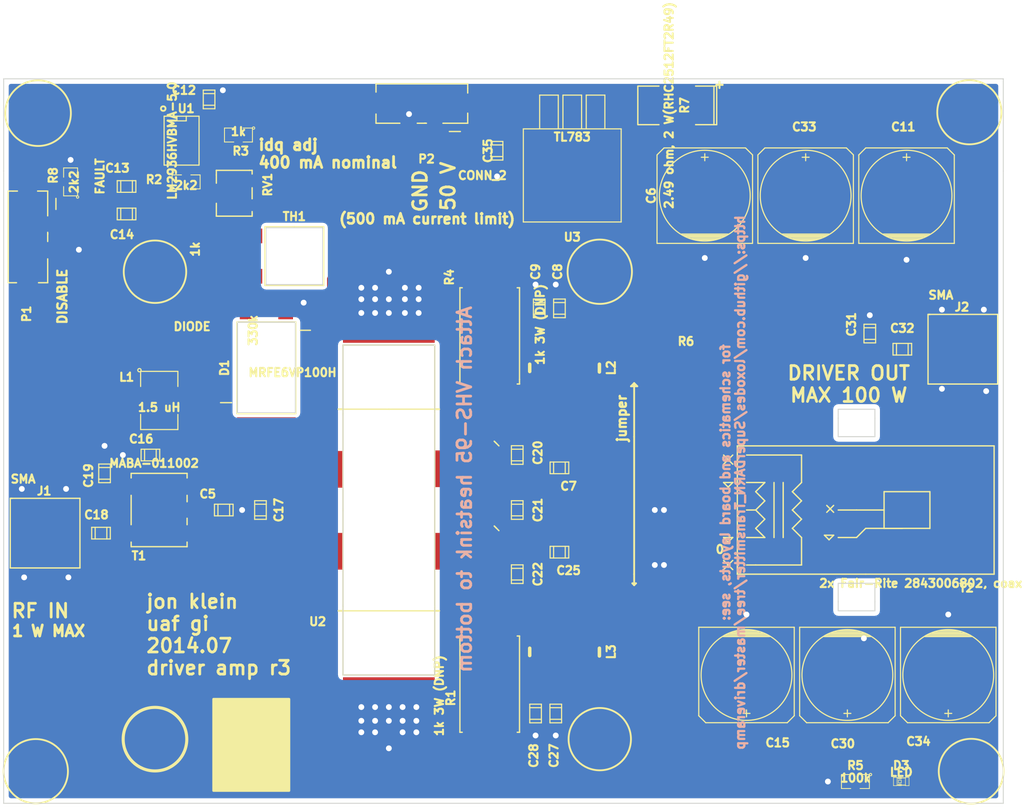
<source format=kicad_pcb>
(kicad_pcb (version 3) (host pcbnew "(2014-03-19 BZR 4756)-product")

  (general
    (links 98)
    (no_connects 0)
    (area 75.6 54.2335 187.402215 142.400001)
    (thickness 1.6)
    (drawings 67)
    (tracks 396)
    (zones 0)
    (modules 50)
    (nets 26)
  )

  (page A4)
  (layers
    (15 F.Cu signal)
    (0 B.Cu signal)
    (16 B.Adhes user)
    (17 F.Adhes user)
    (18 B.Paste user)
    (19 F.Paste user)
    (20 B.SilkS user)
    (21 F.SilkS user)
    (22 B.Mask user)
    (23 F.Mask user)
    (24 Dwgs.User user)
    (25 Cmts.User user)
    (26 Eco1.User user)
    (27 Eco2.User user)
    (28 Edge.Cuts user)
  )

  (setup
    (last_trace_width 0.254)
    (user_trace_width 0.4)
    (user_trace_width 0.5)
    (user_trace_width 1)
    (user_trace_width 2)
    (user_trace_width 3)
    (trace_clearance 0.254)
    (zone_clearance 0.5)
    (zone_45_only yes)
    (trace_min 0.254)
    (segment_width 0.2)
    (edge_width 0.1)
    (via_size 0.889)
    (via_drill 0.635)
    (via_min_size 0.889)
    (via_min_drill 0.508)
    (user_via 0.889 0)
    (user_via 1 0)
    (uvia_size 0.508)
    (uvia_drill 0.127)
    (uvias_allowed no)
    (uvia_min_size 0.508)
    (uvia_min_drill 0.127)
    (pcb_text_width 0.3)
    (pcb_text_size 1.5 1.5)
    (mod_edge_width 0.15)
    (mod_text_size 0.9 0.9)
    (mod_text_width 0.225)
    (pad_size 1.91 1.91)
    (pad_drill 0)
    (pad_to_mask_clearance 0)
    (aux_axis_origin 0 0)
    (visible_elements FFFEFF7F)
    (pcbplotparams
      (layerselection 284196865)
      (usegerberextensions true)
      (excludeedgelayer true)
      (linewidth 0.150000)
      (plotframeref false)
      (viasonmask false)
      (mode 1)
      (useauxorigin false)
      (hpglpennumber 1)
      (hpglpenspeed 20)
      (hpglpendiameter 15)
      (hpglpenoverlay 2)
      (psnegative false)
      (psa4output false)
      (plotreference true)
      (plotvalue false)
      (plotothertext true)
      (plotinvisibletext false)
      (padsonsilk false)
      (subtractmaskfromsilk false)
      (outputformat 1)
      (mirror false)
      (drillshape 0)
      (scaleselection 1)
      (outputdirectory gerbs/))
  )

  (net 0 "")
  (net 1 GND)
  (net 2 "Net-(C16-Pad1)")
  (net 3 "Net-(C17-Pad2)")
  (net 4 "Net-(C20-Pad1)")
  (net 5 VDD)
  (net 6 "Net-(C13-Pad1)")
  (net 7 "Net-(C13-Pad2)")
  (net 8 "Net-(C15-Pad1)")
  (net 9 "Net-(C18-Pad2)")
  (net 10 "Net-(C20-Pad2)")
  (net 11 "Net-(C21-Pad1)")
  (net 12 "Net-(C22-Pad1)")
  (net 13 "Net-(C31-Pad1)")
  (net 14 "Net-(C32-Pad2)")
  (net 15 "Net-(D3-Pad2)")
  (net 16 "Net-(P1-Pad1)")
  (net 17 "Net-(R3-Pad1)")
  (net 18 "Net-(C18-Pad1)")
  (net 19 "Net-(C19-Pad1)")
  (net 20 "Net-(C17-Pad1)")
  (net 21 "Net-(C35-Pad1)")
  (net 22 "Net-(R7-Pad2)")
  (net 23 "Net-(C7-Pad2)")
  (net 24 "Net-(C25-Pad2)")
  (net 25 "Net-(L1-Pad1)")

  (net_class Default "This is the default net class."
    (clearance 0.254)
    (trace_width 0.254)
    (via_dia 0.889)
    (via_drill 0.635)
    (uvia_dia 0.508)
    (uvia_drill 0.127)
    (add_net GND)
    (add_net "Net-(C13-Pad1)")
    (add_net "Net-(C13-Pad2)")
    (add_net "Net-(C15-Pad1)")
    (add_net "Net-(C16-Pad1)")
    (add_net "Net-(C17-Pad1)")
    (add_net "Net-(C17-Pad2)")
    (add_net "Net-(C18-Pad1)")
    (add_net "Net-(C18-Pad2)")
    (add_net "Net-(C19-Pad1)")
    (add_net "Net-(C20-Pad1)")
    (add_net "Net-(C20-Pad2)")
    (add_net "Net-(C21-Pad1)")
    (add_net "Net-(C22-Pad1)")
    (add_net "Net-(C25-Pad2)")
    (add_net "Net-(C31-Pad1)")
    (add_net "Net-(C32-Pad2)")
    (add_net "Net-(C35-Pad1)")
    (add_net "Net-(C7-Pad2)")
    (add_net "Net-(D3-Pad2)")
    (add_net "Net-(L1-Pad1)")
    (add_net "Net-(P1-Pad1)")
    (add_net "Net-(R3-Pad1)")
    (add_net "Net-(R7-Pad2)")
    (add_net VDD)
  )

  (module Capacitors_SMD:c_0805 (layer F.Cu) (tedit 53AA0F0A) (tstamp 53A9E234)
    (at 100 110 180)
    (descr "SMT capacitor, 0805")
    (path /53A9F0B8)
    (fp_text reference C5 (at 1.75 1.75 360) (layer F.SilkS)
      (effects (font (size 0.9 0.9) (thickness 0.225)))
    )
    (fp_text value 20nF (at 0 0.9906 180) (layer F.SilkS) hide
      (effects (font (size 0.9 0.9) (thickness 0.225)))
    )
    (fp_line (start 0.635 -0.635) (end 0.635 0.635) (layer F.SilkS) (width 0.127))
    (fp_line (start -0.635 -0.635) (end -0.635 0.6096) (layer F.SilkS) (width 0.127))
    (fp_line (start -1.016 -0.635) (end 1.016 -0.635) (layer F.SilkS) (width 0.127))
    (fp_line (start 1.016 -0.635) (end 1.016 0.635) (layer F.SilkS) (width 0.127))
    (fp_line (start 1.016 0.635) (end -1.016 0.635) (layer F.SilkS) (width 0.127))
    (fp_line (start -1.016 0.635) (end -1.016 -0.635) (layer F.SilkS) (width 0.127))
    (pad 1 smd rect (at 0.9525 0 180) (size 1.30048 1.4986) (layers F.Cu F.Paste F.Mask)
      (net 2 "Net-(C16-Pad1)"))
    (pad 2 smd rect (at -0.9525 0 180) (size 1.30048 1.4986) (layers F.Cu F.Paste F.Mask)
      (net 1 GND))
    (model smd/capacitors/c_0805.wrl
      (at (xyz 0 0 0))
      (scale (xyz 1 1 1))
      (rotate (xyz 0 0 0))
    )
  )

  (module Capacitors_SMD:c_0805 (layer F.Cu) (tedit 53AA0F2A) (tstamp 53A9E24C)
    (at 136.6 105.4 180)
    (descr "SMT capacitor, 0805")
    (path /529EC25A)
    (fp_text reference C7 (at -1 -2 180) (layer F.SilkS)
      (effects (font (size 0.9 0.9) (thickness 0.225)))
    )
    (fp_text value 20nF (at 0 0.9906 180) (layer F.SilkS) hide
      (effects (font (size 0.9 0.9) (thickness 0.225)))
    )
    (fp_line (start 0.635 -0.635) (end 0.635 0.635) (layer F.SilkS) (width 0.127))
    (fp_line (start -0.635 -0.635) (end -0.635 0.6096) (layer F.SilkS) (width 0.127))
    (fp_line (start -1.016 -0.635) (end 1.016 -0.635) (layer F.SilkS) (width 0.127))
    (fp_line (start 1.016 -0.635) (end 1.016 0.635) (layer F.SilkS) (width 0.127))
    (fp_line (start 1.016 0.635) (end -1.016 0.635) (layer F.SilkS) (width 0.127))
    (fp_line (start -1.016 0.635) (end -1.016 -0.635) (layer F.SilkS) (width 0.127))
    (pad 1 smd rect (at 0.9525 0 180) (size 1.30048 1.4986) (layers F.Cu F.Paste F.Mask)
      (net 4 "Net-(C20-Pad1)"))
    (pad 2 smd rect (at -0.9525 0 180) (size 1.30048 1.4986) (layers F.Cu F.Paste F.Mask)
      (net 23 "Net-(C7-Pad2)"))
    (model smd/capacitors/c_0805.wrl
      (at (xyz 0 0 0))
      (scale (xyz 1 1 1))
      (rotate (xyz 0 0 0))
    )
  )

  (module Capacitors_SMD:c_0805 (layer F.Cu) (tedit 53D02DFF) (tstamp 53A9E258)
    (at 136.6 88 270)
    (descr "SMT capacitor, 0805")
    (path /529EC269)
    (fp_text reference C8 (at -4 0.2 270) (layer F.SilkS)
      (effects (font (size 0.9 0.9) (thickness 0.225)))
    )
    (fp_text value 20nF (at 0 0.9906 270) (layer F.SilkS) hide
      (effects (font (size 0.9 0.9) (thickness 0.225)))
    )
    (fp_line (start 0.635 -0.635) (end 0.635 0.635) (layer F.SilkS) (width 0.127))
    (fp_line (start -0.635 -0.635) (end -0.635 0.6096) (layer F.SilkS) (width 0.127))
    (fp_line (start -1.016 -0.635) (end 1.016 -0.635) (layer F.SilkS) (width 0.127))
    (fp_line (start 1.016 -0.635) (end 1.016 0.635) (layer F.SilkS) (width 0.127))
    (fp_line (start 1.016 0.635) (end -1.016 0.635) (layer F.SilkS) (width 0.127))
    (fp_line (start -1.016 0.635) (end -1.016 -0.635) (layer F.SilkS) (width 0.127))
    (pad 1 smd rect (at 0.9525 0 270) (size 1.30048 1.4986) (layers F.Cu F.Paste F.Mask)
      (net 5 VDD))
    (pad 2 smd rect (at -0.9525 0 270) (size 1.30048 1.4986) (layers F.Cu F.Paste F.Mask)
      (net 1 GND))
    (model smd/capacitors/c_0805.wrl
      (at (xyz 0 0 0))
      (scale (xyz 1 1 1))
      (rotate (xyz 0 0 0))
    )
  )

  (module Capacitors_SMD:c_0805 (layer F.Cu) (tedit 53D02E03) (tstamp 53A9E264)
    (at 134.4 88 270)
    (descr "SMT capacitor, 0805")
    (path /529EC278)
    (fp_text reference C9 (at -4 0.4 270) (layer F.SilkS)
      (effects (font (size 0.9 0.9) (thickness 0.225)))
    )
    (fp_text value 100nF (at 0 0.9906 270) (layer F.SilkS) hide
      (effects (font (size 0.9 0.9) (thickness 0.225)))
    )
    (fp_line (start 0.635 -0.635) (end 0.635 0.635) (layer F.SilkS) (width 0.127))
    (fp_line (start -0.635 -0.635) (end -0.635 0.6096) (layer F.SilkS) (width 0.127))
    (fp_line (start -1.016 -0.635) (end 1.016 -0.635) (layer F.SilkS) (width 0.127))
    (fp_line (start 1.016 -0.635) (end 1.016 0.635) (layer F.SilkS) (width 0.127))
    (fp_line (start 1.016 0.635) (end -1.016 0.635) (layer F.SilkS) (width 0.127))
    (fp_line (start -1.016 0.635) (end -1.016 -0.635) (layer F.SilkS) (width 0.127))
    (pad 1 smd rect (at 0.9525 0 270) (size 1.30048 1.4986) (layers F.Cu F.Paste F.Mask)
      (net 5 VDD))
    (pad 2 smd rect (at -0.9525 0 270) (size 1.30048 1.4986) (layers F.Cu F.Paste F.Mask)
      (net 1 GND))
    (model smd/capacitors/c_0805.wrl
      (at (xyz 0 0 0))
      (scale (xyz 1 1 1))
      (rotate (xyz 0 0 0))
    )
  )

  (module Capacitors_SMD:c_elec_10x10 (layer F.Cu) (tedit 53D2CD58) (tstamp 53AA2D8A)
    (at 174.45 75.7 90)
    (descr "SMT capacitor, aluminium electrolytic, 10x10")
    (path /529EC2B4)
    (fp_text reference C11 (at 7.5 -0.35 180) (layer F.SilkS)
      (effects (font (size 0.9 0.9) (thickness 0.225)))
    )
    (fp_text value 56uF (at 0 5.842 90) (layer F.SilkS) hide
      (effects (font (size 0.9 0.9) (thickness 0.225)))
    )
    (fp_line (start -4.826 1.016) (end -4.826 -1.016) (layer F.SilkS) (width 0.127))
    (fp_line (start -4.699 -1.397) (end -4.699 1.524) (layer F.SilkS) (width 0.127))
    (fp_line (start -4.572 1.778) (end -4.572 -1.778) (layer F.SilkS) (width 0.127))
    (fp_line (start -4.445 -2.159) (end -4.445 2.159) (layer F.SilkS) (width 0.127))
    (fp_line (start -4.318 2.413) (end -4.318 -2.413) (layer F.SilkS) (width 0.127))
    (fp_line (start -4.191 -2.54) (end -4.191 2.54) (layer F.SilkS) (width 0.127))
    (fp_circle (center 0 0) (end 4.953 0) (layer F.SilkS) (width 0.127))
    (fp_line (start -5.207 -5.207) (end -5.207 5.207) (layer F.SilkS) (width 0.127))
    (fp_line (start -5.207 5.207) (end 4.445 5.207) (layer F.SilkS) (width 0.127))
    (fp_line (start 4.445 5.207) (end 5.207 4.445) (layer F.SilkS) (width 0.127))
    (fp_line (start 5.207 4.445) (end 5.207 -4.445) (layer F.SilkS) (width 0.127))
    (fp_line (start 5.207 -4.445) (end 4.445 -5.207) (layer F.SilkS) (width 0.127))
    (fp_line (start 4.445 -5.207) (end -5.207 -5.207) (layer F.SilkS) (width 0.127))
    (fp_line (start 4.572 0) (end 3.81 0) (layer F.SilkS) (width 0.127))
    (fp_line (start 4.191 -0.381) (end 4.191 0.381) (layer F.SilkS) (width 0.127))
    (pad 1 smd rect (at 4.0005 0 90) (size 4.0005 2.4003) (layers F.Cu F.Paste F.Mask)
      (net 5 VDD))
    (pad 2 smd rect (at -4.0005 0 90) (size 4.0005 2.4003) (layers F.Cu F.Paste F.Mask)
      (net 1 GND))
    (model smd/capacitors/c_elec_10x10.wrl
      (at (xyz 0 0 0))
      (scale (xyz 1 1 1))
      (rotate (xyz 0 0 0))
    )
  )

  (module Capacitors_SMD:c_0805 (layer F.Cu) (tedit 53AA1149) (tstamp 53A9E291)
    (at 98.4 65.2 270)
    (descr "SMT capacitor, 0805")
    (path /53864391)
    (fp_text reference C12 (at -1 2.75 360) (layer F.SilkS)
      (effects (font (size 0.9 0.9) (thickness 0.225)))
    )
    (fp_text value "100nF 50V" (at 0 0.9906 270) (layer F.SilkS) hide
      (effects (font (size 0.9 0.9) (thickness 0.225)))
    )
    (fp_line (start 0.635 -0.635) (end 0.635 0.635) (layer F.SilkS) (width 0.127))
    (fp_line (start -0.635 -0.635) (end -0.635 0.6096) (layer F.SilkS) (width 0.127))
    (fp_line (start -1.016 -0.635) (end 1.016 -0.635) (layer F.SilkS) (width 0.127))
    (fp_line (start 1.016 -0.635) (end 1.016 0.635) (layer F.SilkS) (width 0.127))
    (fp_line (start 1.016 0.635) (end -1.016 0.635) (layer F.SilkS) (width 0.127))
    (fp_line (start -1.016 0.635) (end -1.016 -0.635) (layer F.SilkS) (width 0.127))
    (pad 1 smd rect (at 0.9525 0 270) (size 1.30048 1.4986) (layers F.Cu F.Paste F.Mask)
      (net 5 VDD))
    (pad 2 smd rect (at -0.9525 0 270) (size 1.30048 1.4986) (layers F.Cu F.Paste F.Mask)
      (net 1 GND))
    (model smd/capacitors/c_0805.wrl
      (at (xyz 0 0 0))
      (scale (xyz 1 1 1))
      (rotate (xyz 0 0 0))
    )
  )

  (module Capacitors_SMD:c_0805 (layer F.Cu) (tedit 53AA0EE9) (tstamp 53A9E29D)
    (at 89.4 74.7)
    (descr "SMT capacitor, 0805")
    (path /5386518F)
    (fp_text reference C13 (at -1 -2) (layer F.SilkS)
      (effects (font (size 0.9 0.9) (thickness 0.225)))
    )
    (fp_text value 2.2uF (at 0 0.9906) (layer F.SilkS) hide
      (effects (font (size 0.9 0.9) (thickness 0.225)))
    )
    (fp_line (start 0.635 -0.635) (end 0.635 0.635) (layer F.SilkS) (width 0.127))
    (fp_line (start -0.635 -0.635) (end -0.635 0.6096) (layer F.SilkS) (width 0.127))
    (fp_line (start -1.016 -0.635) (end 1.016 -0.635) (layer F.SilkS) (width 0.127))
    (fp_line (start 1.016 -0.635) (end 1.016 0.635) (layer F.SilkS) (width 0.127))
    (fp_line (start 1.016 0.635) (end -1.016 0.635) (layer F.SilkS) (width 0.127))
    (fp_line (start -1.016 0.635) (end -1.016 -0.635) (layer F.SilkS) (width 0.127))
    (pad 1 smd rect (at 0.9525 0) (size 1.30048 1.4986) (layers F.Cu F.Paste F.Mask)
      (net 6 "Net-(C13-Pad1)"))
    (pad 2 smd rect (at -0.9525 0) (size 1.30048 1.4986) (layers F.Cu F.Paste F.Mask)
      (net 7 "Net-(C13-Pad2)"))
    (model smd/capacitors/c_0805.wrl
      (at (xyz 0 0 0))
      (scale (xyz 1 1 1))
      (rotate (xyz 0 0 0))
    )
  )

  (module Capacitors_SMD:c_0805 (layer F.Cu) (tedit 53AA34C6) (tstamp 53A9E2A9)
    (at 89.4 77.7)
    (descr "SMT capacitor, 0805")
    (path /53865267)
    (fp_text reference C14 (at -0.5 2.25) (layer F.SilkS)
      (effects (font (size 0.9 0.9) (thickness 0.225)))
    )
    (fp_text value 20nF (at 0 0.9906) (layer F.SilkS) hide
      (effects (font (size 0.9 0.9) (thickness 0.225)))
    )
    (fp_line (start 0.635 -0.635) (end 0.635 0.635) (layer F.SilkS) (width 0.127))
    (fp_line (start -0.635 -0.635) (end -0.635 0.6096) (layer F.SilkS) (width 0.127))
    (fp_line (start -1.016 -0.635) (end 1.016 -0.635) (layer F.SilkS) (width 0.127))
    (fp_line (start 1.016 -0.635) (end 1.016 0.635) (layer F.SilkS) (width 0.127))
    (fp_line (start 1.016 0.635) (end -1.016 0.635) (layer F.SilkS) (width 0.127))
    (fp_line (start -1.016 0.635) (end -1.016 -0.635) (layer F.SilkS) (width 0.127))
    (pad 1 smd rect (at 0.9525 0) (size 1.30048 1.4986) (layers F.Cu F.Paste F.Mask)
      (net 6 "Net-(C13-Pad1)"))
    (pad 2 smd rect (at -0.9525 0) (size 1.30048 1.4986) (layers F.Cu F.Paste F.Mask)
      (net 7 "Net-(C13-Pad2)"))
    (model smd/capacitors/c_0805.wrl
      (at (xyz 0 0 0))
      (scale (xyz 1 1 1))
      (rotate (xyz 0 0 0))
    )
  )

  (module Capacitors_SMD:c_0805 (layer F.Cu) (tedit 53AA0EF7) (tstamp 53A9E2C1)
    (at 92 104)
    (descr "SMT capacitor, 0805")
    (path /53A9F3A5)
    (fp_text reference C16 (at -1 -1.75) (layer F.SilkS)
      (effects (font (size 0.9 0.9) (thickness 0.225)))
    )
    (fp_text value 100nF (at 0 0.9906) (layer F.SilkS) hide
      (effects (font (size 0.9 0.9) (thickness 0.225)))
    )
    (fp_line (start 0.635 -0.635) (end 0.635 0.635) (layer F.SilkS) (width 0.127))
    (fp_line (start -0.635 -0.635) (end -0.635 0.6096) (layer F.SilkS) (width 0.127))
    (fp_line (start -1.016 -0.635) (end 1.016 -0.635) (layer F.SilkS) (width 0.127))
    (fp_line (start 1.016 -0.635) (end 1.016 0.635) (layer F.SilkS) (width 0.127))
    (fp_line (start 1.016 0.635) (end -1.016 0.635) (layer F.SilkS) (width 0.127))
    (fp_line (start -1.016 0.635) (end -1.016 -0.635) (layer F.SilkS) (width 0.127))
    (pad 1 smd rect (at 0.9525 0) (size 1.30048 1.4986) (layers F.Cu F.Paste F.Mask)
      (net 2 "Net-(C16-Pad1)"))
    (pad 2 smd rect (at -0.9525 0) (size 1.30048 1.4986) (layers F.Cu F.Paste F.Mask)
      (net 1 GND))
    (model smd/capacitors/c_0805.wrl
      (at (xyz 0 0 0))
      (scale (xyz 1 1 1))
      (rotate (xyz 0 0 0))
    )
  )

  (module Capacitors_SMD:c_0805 (layer F.Cu) (tedit 53AA0F07) (tstamp 53A9E2CD)
    (at 104 110 270)
    (descr "SMT capacitor, 0805")
    (path /53A9CC86)
    (fp_text reference C17 (at 0 -2 270) (layer F.SilkS)
      (effects (font (size 0.9 0.9) (thickness 0.225)))
    )
    (fp_text value DNP (at 0 0.9906 270) (layer F.SilkS) hide
      (effects (font (size 0.9 0.9) (thickness 0.225)))
    )
    (fp_line (start 0.635 -0.635) (end 0.635 0.635) (layer F.SilkS) (width 0.127))
    (fp_line (start -0.635 -0.635) (end -0.635 0.6096) (layer F.SilkS) (width 0.127))
    (fp_line (start -1.016 -0.635) (end 1.016 -0.635) (layer F.SilkS) (width 0.127))
    (fp_line (start 1.016 -0.635) (end 1.016 0.635) (layer F.SilkS) (width 0.127))
    (fp_line (start 1.016 0.635) (end -1.016 0.635) (layer F.SilkS) (width 0.127))
    (fp_line (start -1.016 0.635) (end -1.016 -0.635) (layer F.SilkS) (width 0.127))
    (pad 1 smd rect (at 0.9525 0 270) (size 1.30048 1.4986) (layers F.Cu F.Paste F.Mask)
      (net 20 "Net-(C17-Pad1)"))
    (pad 2 smd rect (at -0.9525 0 270) (size 1.30048 1.4986) (layers F.Cu F.Paste F.Mask)
      (net 3 "Net-(C17-Pad2)"))
    (model smd/capacitors/c_0805.wrl
      (at (xyz 0 0 0))
      (scale (xyz 1 1 1))
      (rotate (xyz 0 0 0))
    )
  )

  (module Capacitors_SMD:c_0805 (layer F.Cu) (tedit 53AA0EF3) (tstamp 53A9E2D9)
    (at 86.614 112.522)
    (descr "SMT capacitor, 0805")
    (path /53A908D4)
    (fp_text reference C18 (at -0.5 -2) (layer F.SilkS)
      (effects (font (size 0.9 0.9) (thickness 0.225)))
    )
    (fp_text value 20nF (at 0 0.9906) (layer F.SilkS) hide
      (effects (font (size 0.9 0.9) (thickness 0.225)))
    )
    (fp_line (start 0.635 -0.635) (end 0.635 0.635) (layer F.SilkS) (width 0.127))
    (fp_line (start -0.635 -0.635) (end -0.635 0.6096) (layer F.SilkS) (width 0.127))
    (fp_line (start -1.016 -0.635) (end 1.016 -0.635) (layer F.SilkS) (width 0.127))
    (fp_line (start 1.016 -0.635) (end 1.016 0.635) (layer F.SilkS) (width 0.127))
    (fp_line (start 1.016 0.635) (end -1.016 0.635) (layer F.SilkS) (width 0.127))
    (fp_line (start -1.016 0.635) (end -1.016 -0.635) (layer F.SilkS) (width 0.127))
    (pad 1 smd rect (at 0.9525 0) (size 1.30048 1.4986) (layers F.Cu F.Paste F.Mask)
      (net 18 "Net-(C18-Pad1)"))
    (pad 2 smd rect (at -0.9525 0) (size 1.30048 1.4986) (layers F.Cu F.Paste F.Mask)
      (net 9 "Net-(C18-Pad2)"))
    (model smd/capacitors/c_0805.wrl
      (at (xyz 0 0 0))
      (scale (xyz 1 1 1))
      (rotate (xyz 0 0 0))
    )
  )

  (module Capacitors_SMD:c_0805 (layer F.Cu) (tedit 53AA0EF5) (tstamp 53A9E2E5)
    (at 87 106 270)
    (descr "SMT capacitor, 0805")
    (path /53A8F189)
    (fp_text reference C19 (at 0.25 1.75 270) (layer F.SilkS)
      (effects (font (size 0.9 0.9) (thickness 0.225)))
    )
    (fp_text value 20nF (at 0 0.9906 270) (layer F.SilkS) hide
      (effects (font (size 0.9 0.9) (thickness 0.225)))
    )
    (fp_line (start 0.635 -0.635) (end 0.635 0.635) (layer F.SilkS) (width 0.127))
    (fp_line (start -0.635 -0.635) (end -0.635 0.6096) (layer F.SilkS) (width 0.127))
    (fp_line (start -1.016 -0.635) (end 1.016 -0.635) (layer F.SilkS) (width 0.127))
    (fp_line (start 1.016 -0.635) (end 1.016 0.635) (layer F.SilkS) (width 0.127))
    (fp_line (start 1.016 0.635) (end -1.016 0.635) (layer F.SilkS) (width 0.127))
    (fp_line (start -1.016 0.635) (end -1.016 -0.635) (layer F.SilkS) (width 0.127))
    (pad 1 smd rect (at 0.9525 0 270) (size 1.30048 1.4986) (layers F.Cu F.Paste F.Mask)
      (net 19 "Net-(C19-Pad1)"))
    (pad 2 smd rect (at -0.9525 0 270) (size 1.30048 1.4986) (layers F.Cu F.Paste F.Mask)
      (net 1 GND))
    (model smd/capacitors/c_0805.wrl
      (at (xyz 0 0 0))
      (scale (xyz 1 1 1))
      (rotate (xyz 0 0 0))
    )
  )

  (module Capacitors_SMD:c_0805 (layer F.Cu) (tedit 53AA34D4) (tstamp 53A9E2F1)
    (at 132 104 270)
    (descr "SMT capacitor, 0805")
    (path /53A9D31D)
    (fp_text reference C20 (at -0.25 -2.25 270) (layer F.SilkS)
      (effects (font (size 0.9 0.9) (thickness 0.225)))
    )
    (fp_text value 20nF (at 0 0.9906 270) (layer F.SilkS) hide
      (effects (font (size 0.9 0.9) (thickness 0.225)))
    )
    (fp_line (start 0.635 -0.635) (end 0.635 0.635) (layer F.SilkS) (width 0.127))
    (fp_line (start -0.635 -0.635) (end -0.635 0.6096) (layer F.SilkS) (width 0.127))
    (fp_line (start -1.016 -0.635) (end 1.016 -0.635) (layer F.SilkS) (width 0.127))
    (fp_line (start 1.016 -0.635) (end 1.016 0.635) (layer F.SilkS) (width 0.127))
    (fp_line (start 1.016 0.635) (end -1.016 0.635) (layer F.SilkS) (width 0.127))
    (fp_line (start -1.016 0.635) (end -1.016 -0.635) (layer F.SilkS) (width 0.127))
    (pad 1 smd rect (at 0.9525 0 270) (size 1.30048 1.4986) (layers F.Cu F.Paste F.Mask)
      (net 4 "Net-(C20-Pad1)"))
    (pad 2 smd rect (at -0.9525 0 270) (size 1.30048 1.4986) (layers F.Cu F.Paste F.Mask)
      (net 10 "Net-(C20-Pad2)"))
    (model smd/capacitors/c_0805.wrl
      (at (xyz 0 0 0))
      (scale (xyz 1 1 1))
      (rotate (xyz 0 0 0))
    )
  )

  (module Capacitors_SMD:c_0805 (layer F.Cu) (tedit 53AA34D5) (tstamp 53A9E2FD)
    (at 132 110 270)
    (descr "SMT capacitor, 0805")
    (path /53AA0614)
    (fp_text reference C21 (at 0 -2.25 270) (layer F.SilkS)
      (effects (font (size 0.9 0.9) (thickness 0.225)))
    )
    (fp_text value DNP (at 0 0.9906 270) (layer F.SilkS) hide
      (effects (font (size 0.9 0.9) (thickness 0.225)))
    )
    (fp_line (start 0.635 -0.635) (end 0.635 0.635) (layer F.SilkS) (width 0.127))
    (fp_line (start -0.635 -0.635) (end -0.635 0.6096) (layer F.SilkS) (width 0.127))
    (fp_line (start -1.016 -0.635) (end 1.016 -0.635) (layer F.SilkS) (width 0.127))
    (fp_line (start 1.016 -0.635) (end 1.016 0.635) (layer F.SilkS) (width 0.127))
    (fp_line (start 1.016 0.635) (end -1.016 0.635) (layer F.SilkS) (width 0.127))
    (fp_line (start -1.016 0.635) (end -1.016 -0.635) (layer F.SilkS) (width 0.127))
    (pad 1 smd rect (at 0.9525 0 270) (size 1.30048 1.4986) (layers F.Cu F.Paste F.Mask)
      (net 11 "Net-(C21-Pad1)"))
    (pad 2 smd rect (at -0.9525 0 270) (size 1.30048 1.4986) (layers F.Cu F.Paste F.Mask)
      (net 4 "Net-(C20-Pad1)"))
    (model smd/capacitors/c_0805.wrl
      (at (xyz 0 0 0))
      (scale (xyz 1 1 1))
      (rotate (xyz 0 0 0))
    )
  )

  (module Capacitors_SMD:c_0805 (layer F.Cu) (tedit 53AA34D8) (tstamp 53A9E309)
    (at 132 117 270)
    (descr "SMT capacitor, 0805")
    (path /53A9D50F)
    (fp_text reference C22 (at 0 -2.25 270) (layer F.SilkS)
      (effects (font (size 0.9 0.9) (thickness 0.225)))
    )
    (fp_text value 20nF (at 0 0.9906 270) (layer F.SilkS) hide
      (effects (font (size 0.9 0.9) (thickness 0.225)))
    )
    (fp_line (start 0.635 -0.635) (end 0.635 0.635) (layer F.SilkS) (width 0.127))
    (fp_line (start -0.635 -0.635) (end -0.635 0.6096) (layer F.SilkS) (width 0.127))
    (fp_line (start -1.016 -0.635) (end 1.016 -0.635) (layer F.SilkS) (width 0.127))
    (fp_line (start 1.016 -0.635) (end 1.016 0.635) (layer F.SilkS) (width 0.127))
    (fp_line (start 1.016 0.635) (end -1.016 0.635) (layer F.SilkS) (width 0.127))
    (fp_line (start -1.016 0.635) (end -1.016 -0.635) (layer F.SilkS) (width 0.127))
    (pad 1 smd rect (at 0.9525 0 270) (size 1.30048 1.4986) (layers F.Cu F.Paste F.Mask)
      (net 12 "Net-(C22-Pad1)"))
    (pad 2 smd rect (at -0.9525 0 270) (size 1.30048 1.4986) (layers F.Cu F.Paste F.Mask)
      (net 11 "Net-(C21-Pad1)"))
    (model smd/capacitors/c_0805.wrl
      (at (xyz 0 0 0))
      (scale (xyz 1 1 1))
      (rotate (xyz 0 0 0))
    )
  )

  (module Capacitors_SMD:c_0805 (layer F.Cu) (tedit 53AA0F25) (tstamp 53A9E32D)
    (at 136.6 114.6 180)
    (descr "SMT capacitor, 0805")
    (path /53A9F880)
    (fp_text reference C25 (at -1 -2 180) (layer F.SilkS)
      (effects (font (size 0.9 0.9) (thickness 0.225)))
    )
    (fp_text value 20nF (at 0 0.9906 180) (layer F.SilkS) hide
      (effects (font (size 0.9 0.9) (thickness 0.225)))
    )
    (fp_line (start 0.635 -0.635) (end 0.635 0.635) (layer F.SilkS) (width 0.127))
    (fp_line (start -0.635 -0.635) (end -0.635 0.6096) (layer F.SilkS) (width 0.127))
    (fp_line (start -1.016 -0.635) (end 1.016 -0.635) (layer F.SilkS) (width 0.127))
    (fp_line (start 1.016 -0.635) (end 1.016 0.635) (layer F.SilkS) (width 0.127))
    (fp_line (start 1.016 0.635) (end -1.016 0.635) (layer F.SilkS) (width 0.127))
    (fp_line (start -1.016 0.635) (end -1.016 -0.635) (layer F.SilkS) (width 0.127))
    (pad 1 smd rect (at 0.9525 0 180) (size 1.30048 1.4986) (layers F.Cu F.Paste F.Mask)
      (net 11 "Net-(C21-Pad1)"))
    (pad 2 smd rect (at -0.9525 0 180) (size 1.30048 1.4986) (layers F.Cu F.Paste F.Mask)
      (net 24 "Net-(C25-Pad2)"))
    (model smd/capacitors/c_0805.wrl
      (at (xyz 0 0 0))
      (scale (xyz 1 1 1))
      (rotate (xyz 0 0 0))
    )
  )

  (module Capacitors_SMD:c_0805 (layer F.Cu) (tedit 53D02E12) (tstamp 53A9E345)
    (at 136.2 132.2 90)
    (descr "SMT capacitor, 0805")
    (path /53A9FA7B)
    (fp_text reference C27 (at -4.6 -0.2 90) (layer F.SilkS)
      (effects (font (size 0.9 0.9) (thickness 0.225)))
    )
    (fp_text value 20nF (at 0 0.9906 90) (layer F.SilkS) hide
      (effects (font (size 0.9 0.9) (thickness 0.225)))
    )
    (fp_line (start 0.635 -0.635) (end 0.635 0.635) (layer F.SilkS) (width 0.127))
    (fp_line (start -0.635 -0.635) (end -0.635 0.6096) (layer F.SilkS) (width 0.127))
    (fp_line (start -1.016 -0.635) (end 1.016 -0.635) (layer F.SilkS) (width 0.127))
    (fp_line (start 1.016 -0.635) (end 1.016 0.635) (layer F.SilkS) (width 0.127))
    (fp_line (start 1.016 0.635) (end -1.016 0.635) (layer F.SilkS) (width 0.127))
    (fp_line (start -1.016 0.635) (end -1.016 -0.635) (layer F.SilkS) (width 0.127))
    (pad 1 smd rect (at 0.9525 0 90) (size 1.30048 1.4986) (layers F.Cu F.Paste F.Mask)
      (net 8 "Net-(C15-Pad1)"))
    (pad 2 smd rect (at -0.9525 0 90) (size 1.30048 1.4986) (layers F.Cu F.Paste F.Mask)
      (net 1 GND))
    (model smd/capacitors/c_0805.wrl
      (at (xyz 0 0 0))
      (scale (xyz 1 1 1))
      (rotate (xyz 0 0 0))
    )
  )

  (module Capacitors_SMD:c_0805 (layer F.Cu) (tedit 53D02E0B) (tstamp 53A9E351)
    (at 134 132.2 90)
    (descr "SMT capacitor, 0805")
    (path /53A9FA81)
    (fp_text reference C28 (at -4.6 -0.2 90) (layer F.SilkS)
      (effects (font (size 0.9 0.9) (thickness 0.225)))
    )
    (fp_text value 100nF (at 0 0.9906 90) (layer F.SilkS) hide
      (effects (font (size 0.9 0.9) (thickness 0.225)))
    )
    (fp_line (start 0.635 -0.635) (end 0.635 0.635) (layer F.SilkS) (width 0.127))
    (fp_line (start -0.635 -0.635) (end -0.635 0.6096) (layer F.SilkS) (width 0.127))
    (fp_line (start -1.016 -0.635) (end 1.016 -0.635) (layer F.SilkS) (width 0.127))
    (fp_line (start 1.016 -0.635) (end 1.016 0.635) (layer F.SilkS) (width 0.127))
    (fp_line (start 1.016 0.635) (end -1.016 0.635) (layer F.SilkS) (width 0.127))
    (fp_line (start -1.016 0.635) (end -1.016 -0.635) (layer F.SilkS) (width 0.127))
    (pad 1 smd rect (at 0.9525 0 90) (size 1.30048 1.4986) (layers F.Cu F.Paste F.Mask)
      (net 8 "Net-(C15-Pad1)"))
    (pad 2 smd rect (at -0.9525 0 90) (size 1.30048 1.4986) (layers F.Cu F.Paste F.Mask)
      (net 1 GND))
    (model smd/capacitors/c_0805.wrl
      (at (xyz 0 0 0))
      (scale (xyz 1 1 1))
      (rotate (xyz 0 0 0))
    )
  )

  (module Capacitors_SMD:c_elec_10x10 (layer F.Cu) (tedit 53AA0FC5) (tstamp 53AA2627)
    (at 168 128 270)
    (descr "SMT capacitor, aluminium electrolytic, 10x10")
    (path /53A9FA8D)
    (fp_text reference C30 (at 7.5 0.5 360) (layer F.SilkS)
      (effects (font (size 0.9 0.9) (thickness 0.225)))
    )
    (fp_text value 56uF (at 0 5.842 270) (layer F.SilkS) hide
      (effects (font (size 0.9 0.9) (thickness 0.225)))
    )
    (fp_line (start -4.826 1.016) (end -4.826 -1.016) (layer F.SilkS) (width 0.127))
    (fp_line (start -4.699 -1.397) (end -4.699 1.524) (layer F.SilkS) (width 0.127))
    (fp_line (start -4.572 1.778) (end -4.572 -1.778) (layer F.SilkS) (width 0.127))
    (fp_line (start -4.445 -2.159) (end -4.445 2.159) (layer F.SilkS) (width 0.127))
    (fp_line (start -4.318 2.413) (end -4.318 -2.413) (layer F.SilkS) (width 0.127))
    (fp_line (start -4.191 -2.54) (end -4.191 2.54) (layer F.SilkS) (width 0.127))
    (fp_circle (center 0 0) (end 4.953 0) (layer F.SilkS) (width 0.127))
    (fp_line (start -5.207 -5.207) (end -5.207 5.207) (layer F.SilkS) (width 0.127))
    (fp_line (start -5.207 5.207) (end 4.445 5.207) (layer F.SilkS) (width 0.127))
    (fp_line (start 4.445 5.207) (end 5.207 4.445) (layer F.SilkS) (width 0.127))
    (fp_line (start 5.207 4.445) (end 5.207 -4.445) (layer F.SilkS) (width 0.127))
    (fp_line (start 5.207 -4.445) (end 4.445 -5.207) (layer F.SilkS) (width 0.127))
    (fp_line (start 4.445 -5.207) (end -5.207 -5.207) (layer F.SilkS) (width 0.127))
    (fp_line (start 4.572 0) (end 3.81 0) (layer F.SilkS) (width 0.127))
    (fp_line (start 4.191 -0.381) (end 4.191 0.381) (layer F.SilkS) (width 0.127))
    (pad 1 smd rect (at 4.0005 0 270) (size 4.0005 2.4003) (layers F.Cu F.Paste F.Mask)
      (net 8 "Net-(C15-Pad1)"))
    (pad 2 smd rect (at -4.0005 0 270) (size 4.0005 2.4003) (layers F.Cu F.Paste F.Mask)
      (net 1 GND))
    (model smd/capacitors/c_elec_10x10.wrl
      (at (xyz 0 0 0))
      (scale (xyz 1 1 1))
      (rotate (xyz 0 0 0))
    )
  )

  (module Capacitors_SMD:c_0805 (layer F.Cu) (tedit 53AA34EA) (tstamp 53A9E37E)
    (at 170.444 90.746 270)
    (descr "SMT capacitor, 0805")
    (path /53AA09DA)
    (fp_text reference C31 (at -1 2 270) (layer F.SilkS)
      (effects (font (size 0.9 0.9) (thickness 0.225)))
    )
    (fp_text value DNP (at 0 0.9906 270) (layer F.SilkS) hide
      (effects (font (size 0.9 0.9) (thickness 0.225)))
    )
    (fp_line (start 0.635 -0.635) (end 0.635 0.635) (layer F.SilkS) (width 0.127))
    (fp_line (start -0.635 -0.635) (end -0.635 0.6096) (layer F.SilkS) (width 0.127))
    (fp_line (start -1.016 -0.635) (end 1.016 -0.635) (layer F.SilkS) (width 0.127))
    (fp_line (start 1.016 -0.635) (end 1.016 0.635) (layer F.SilkS) (width 0.127))
    (fp_line (start 1.016 0.635) (end -1.016 0.635) (layer F.SilkS) (width 0.127))
    (fp_line (start -1.016 0.635) (end -1.016 -0.635) (layer F.SilkS) (width 0.127))
    (pad 1 smd rect (at 0.9525 0 270) (size 1.30048 1.4986) (layers F.Cu F.Paste F.Mask)
      (net 13 "Net-(C31-Pad1)"))
    (pad 2 smd rect (at -0.9525 0 270) (size 1.30048 1.4986) (layers F.Cu F.Paste F.Mask)
      (net 1 GND))
    (model smd/capacitors/c_0805.wrl
      (at (xyz 0 0 0))
      (scale (xyz 1 1 1))
      (rotate (xyz 0 0 0))
    )
  )

  (module Capacitors_SMD:c_0805 (layer F.Cu) (tedit 53D2C93A) (tstamp 53A9E38A)
    (at 173.99 92.456 180)
    (descr "SMT capacitor, 0805")
    (path /53AA03BF)
    (fp_text reference C32 (at 0 2.286 180) (layer F.SilkS)
      (effects (font (size 0.9 0.9) (thickness 0.225)))
    )
    (fp_text value 20nF (at 0 0.9906 180) (layer F.SilkS) hide
      (effects (font (size 0.9 0.9) (thickness 0.225)))
    )
    (fp_line (start 0.635 -0.635) (end 0.635 0.635) (layer F.SilkS) (width 0.127))
    (fp_line (start -0.635 -0.635) (end -0.635 0.6096) (layer F.SilkS) (width 0.127))
    (fp_line (start -1.016 -0.635) (end 1.016 -0.635) (layer F.SilkS) (width 0.127))
    (fp_line (start 1.016 -0.635) (end 1.016 0.635) (layer F.SilkS) (width 0.127))
    (fp_line (start 1.016 0.635) (end -1.016 0.635) (layer F.SilkS) (width 0.127))
    (fp_line (start -1.016 0.635) (end -1.016 -0.635) (layer F.SilkS) (width 0.127))
    (pad 1 smd rect (at 0.9525 0 180) (size 1.30048 1.4986) (layers F.Cu F.Paste F.Mask)
      (net 13 "Net-(C31-Pad1)"))
    (pad 2 smd rect (at -0.9525 0 180) (size 1.30048 1.4986) (layers F.Cu F.Paste F.Mask)
      (net 14 "Net-(C32-Pad2)"))
    (model smd/capacitors/c_0805.wrl
      (at (xyz 0 0 0))
      (scale (xyz 1 1 1))
      (rotate (xyz 0 0 0))
    )
  )

  (module LEDs:LED-0603 (layer F.Cu) (tedit 53AA0FD3) (tstamp 53A9E3DC)
    (at 173.875 139.625 180)
    (descr "LED 0603 smd package")
    (tags "LED led 0603 SMD smd SMT smt smdled SMDLED smtled SMTLED")
    (path /53A9D5CB)
    (attr smd)
    (fp_text reference D3 (at 0 1.75 180) (layer F.SilkS)
      (effects (font (size 0.9 0.9) (thickness 0.225)))
    )
    (fp_text value LED (at 0 1.016 180) (layer F.SilkS)
      (effects (font (size 0.9 0.9) (thickness 0.225)))
    )
    (fp_line (start 0.44958 -0.44958) (end 0.44958 0.44958) (layer F.SilkS) (width 0.06604))
    (fp_line (start 0.44958 0.44958) (end 0.84836 0.44958) (layer F.SilkS) (width 0.06604))
    (fp_line (start 0.84836 -0.44958) (end 0.84836 0.44958) (layer F.SilkS) (width 0.06604))
    (fp_line (start 0.44958 -0.44958) (end 0.84836 -0.44958) (layer F.SilkS) (width 0.06604))
    (fp_line (start -0.84836 -0.44958) (end -0.84836 0.44958) (layer F.SilkS) (width 0.06604))
    (fp_line (start -0.84836 0.44958) (end -0.44958 0.44958) (layer F.SilkS) (width 0.06604))
    (fp_line (start -0.44958 -0.44958) (end -0.44958 0.44958) (layer F.SilkS) (width 0.06604))
    (fp_line (start -0.84836 -0.44958) (end -0.44958 -0.44958) (layer F.SilkS) (width 0.06604))
    (fp_line (start 0 -0.44958) (end 0 -0.29972) (layer F.SilkS) (width 0.06604))
    (fp_line (start 0 -0.29972) (end 0.29972 -0.29972) (layer F.SilkS) (width 0.06604))
    (fp_line (start 0.29972 -0.44958) (end 0.29972 -0.29972) (layer F.SilkS) (width 0.06604))
    (fp_line (start 0 -0.44958) (end 0.29972 -0.44958) (layer F.SilkS) (width 0.06604))
    (fp_line (start 0 0.29972) (end 0 0.44958) (layer F.SilkS) (width 0.06604))
    (fp_line (start 0 0.44958) (end 0.29972 0.44958) (layer F.SilkS) (width 0.06604))
    (fp_line (start 0.29972 0.29972) (end 0.29972 0.44958) (layer F.SilkS) (width 0.06604))
    (fp_line (start 0 0.29972) (end 0.29972 0.29972) (layer F.SilkS) (width 0.06604))
    (fp_line (start 0 -0.14986) (end 0 0.14986) (layer F.SilkS) (width 0.06604))
    (fp_line (start 0 0.14986) (end 0.29972 0.14986) (layer F.SilkS) (width 0.06604))
    (fp_line (start 0.29972 -0.14986) (end 0.29972 0.14986) (layer F.SilkS) (width 0.06604))
    (fp_line (start 0 -0.14986) (end 0.29972 -0.14986) (layer F.SilkS) (width 0.06604))
    (fp_line (start 0.44958 -0.39878) (end -0.44958 -0.39878) (layer F.SilkS) (width 0.1016))
    (fp_line (start 0.44958 0.39878) (end -0.44958 0.39878) (layer F.SilkS) (width 0.1016))
    (pad 1 smd rect (at -0.7493 0 180) (size 0.79756 0.79756) (layers F.Cu F.Paste F.Mask)
      (net 8 "Net-(C15-Pad1)"))
    (pad 2 smd rect (at 0.7493 0 180) (size 0.79756 0.79756) (layers F.Cu F.Paste F.Mask)
      (net 15 "Net-(D3-Pad2)"))
  )

  (module SMD_Packages:SM0805 (layer F.Cu) (tedit 53AA113A) (tstamp 53A9E441)
    (at 95.9 74.2)
    (path /538636A9)
    (attr smd)
    (fp_text reference R2 (at -3.5 -0.25) (layer F.SilkS)
      (effects (font (size 0.9 0.9) (thickness 0.225)))
    )
    (fp_text value 2k2 (at 0 0.381) (layer F.SilkS)
      (effects (font (size 0.9 0.9) (thickness 0.225)))
    )
    (fp_circle (center -1.651 0.762) (end -1.651 0.635) (layer F.SilkS) (width 0.09906))
    (fp_line (start -0.508 0.762) (end -1.524 0.762) (layer F.SilkS) (width 0.09906))
    (fp_line (start -1.524 0.762) (end -1.524 -0.762) (layer F.SilkS) (width 0.09906))
    (fp_line (start -1.524 -0.762) (end -0.508 -0.762) (layer F.SilkS) (width 0.09906))
    (fp_line (start 0.508 -0.762) (end 1.524 -0.762) (layer F.SilkS) (width 0.09906))
    (fp_line (start 1.524 -0.762) (end 1.524 0.762) (layer F.SilkS) (width 0.09906))
    (fp_line (start 1.524 0.762) (end 0.508 0.762) (layer F.SilkS) (width 0.09906))
    (pad 1 smd rect (at -0.9525 0) (size 0.889 1.397) (layers F.Cu F.Paste F.Mask)
      (net 6 "Net-(C13-Pad1)"))
    (pad 2 smd rect (at 0.9525 0) (size 0.889 1.397) (layers F.Cu F.Paste F.Mask)
      (net 25 "Net-(L1-Pad1)"))
    (model smd/chip_cms.wrl
      (at (xyz 0 0 0))
      (scale (xyz 0.1 0.1 0.1))
      (rotate (xyz 0 0 0))
    )
  )

  (module SMD_Packages:SM0805 (layer F.Cu) (tedit 53AA1141) (tstamp 53A9E44E)
    (at 101.6 69.088 180)
    (path /538644C0)
    (attr smd)
    (fp_text reference R3 (at -0.25 -1.75 180) (layer F.SilkS)
      (effects (font (size 0.9 0.9) (thickness 0.225)))
    )
    (fp_text value 1k (at 0 0.381 180) (layer F.SilkS)
      (effects (font (size 0.9 0.9) (thickness 0.225)))
    )
    (fp_circle (center -1.651 0.762) (end -1.651 0.635) (layer F.SilkS) (width 0.09906))
    (fp_line (start -0.508 0.762) (end -1.524 0.762) (layer F.SilkS) (width 0.09906))
    (fp_line (start -1.524 0.762) (end -1.524 -0.762) (layer F.SilkS) (width 0.09906))
    (fp_line (start -1.524 -0.762) (end -0.508 -0.762) (layer F.SilkS) (width 0.09906))
    (fp_line (start 0.508 -0.762) (end 1.524 -0.762) (layer F.SilkS) (width 0.09906))
    (fp_line (start 1.524 -0.762) (end 1.524 0.762) (layer F.SilkS) (width 0.09906))
    (fp_line (start 1.524 0.762) (end 0.508 0.762) (layer F.SilkS) (width 0.09906))
    (pad 1 smd rect (at -0.9525 0 180) (size 0.889 1.397) (layers F.Cu F.Paste F.Mask)
      (net 17 "Net-(R3-Pad1)"))
    (pad 2 smd rect (at 0.9525 0 180) (size 0.889 1.397) (layers F.Cu F.Paste F.Mask)
      (net 7 "Net-(C13-Pad2)"))
    (model smd/chip_cms.wrl
      (at (xyz 0 0 0))
      (scale (xyz 0.1 0.1 0.1))
      (rotate (xyz 0 0 0))
    )
  )

  (module SMD_Packages:SM0805 (layer F.Cu) (tedit 53AA0FD1) (tstamp 53A9E467)
    (at 168.875 139.625 180)
    (path /53A9D5DF)
    (attr smd)
    (fp_text reference R5 (at 0 1.75 180) (layer F.SilkS)
      (effects (font (size 0.9 0.9) (thickness 0.225)))
    )
    (fp_text value 100k (at 0 0.381 180) (layer F.SilkS)
      (effects (font (size 0.9 0.9) (thickness 0.225)))
    )
    (fp_circle (center -1.651 0.762) (end -1.651 0.635) (layer F.SilkS) (width 0.09906))
    (fp_line (start -0.508 0.762) (end -1.524 0.762) (layer F.SilkS) (width 0.09906))
    (fp_line (start -1.524 0.762) (end -1.524 -0.762) (layer F.SilkS) (width 0.09906))
    (fp_line (start -1.524 -0.762) (end -0.508 -0.762) (layer F.SilkS) (width 0.09906))
    (fp_line (start 0.508 -0.762) (end 1.524 -0.762) (layer F.SilkS) (width 0.09906))
    (fp_line (start 1.524 -0.762) (end 1.524 0.762) (layer F.SilkS) (width 0.09906))
    (fp_line (start 1.524 0.762) (end 0.508 0.762) (layer F.SilkS) (width 0.09906))
    (pad 1 smd rect (at -0.9525 0 180) (size 0.889 1.397) (layers F.Cu F.Paste F.Mask)
      (net 15 "Net-(D3-Pad2)"))
    (pad 2 smd rect (at 0.9525 0 180) (size 0.889 1.397) (layers F.Cu F.Paste F.Mask)
      (net 1 GND))
    (model smd/chip_cms.wrl
      (at (xyz 0 0 0))
      (scale (xyz 0.1 0.1 0.1))
      (rotate (xyz 0 0 0))
    )
  )

  (module SOIC_Packages:SOIC-8_N (layer F.Cu) (tedit 53AA0FA0) (tstamp 53A9E49D)
    (at 95.4 69.7 270)
    (descr "module CMS SOJ 8 pins etroit")
    (tags "CMS SOJ")
    (path /53862283)
    (attr smd)
    (fp_text reference U1 (at -3.5 -0.5 360) (layer F.SilkS)
      (effects (font (size 0.9 0.9) (thickness 0.225)))
    )
    (fp_text value LM2936HVBMA-5.0 (at 0 1.016 270) (layer F.SilkS)
      (effects (font (size 0.9 0.9) (thickness 0.225)))
    )
    (fp_line (start -2.667 1.778) (end -2.667 1.905) (layer F.SilkS) (width 0.127))
    (fp_line (start -2.667 1.905) (end 2.667 1.905) (layer F.SilkS) (width 0.127))
    (fp_line (start 2.667 -1.905) (end -2.667 -1.905) (layer F.SilkS) (width 0.127))
    (fp_line (start -2.667 -1.905) (end -2.667 1.778) (layer F.SilkS) (width 0.127))
    (fp_line (start -2.667 -0.508) (end -2.159 -0.508) (layer F.SilkS) (width 0.127))
    (fp_line (start -2.159 -0.508) (end -2.159 0.508) (layer F.SilkS) (width 0.127))
    (fp_line (start -2.159 0.508) (end -2.667 0.508) (layer F.SilkS) (width 0.127))
    (fp_line (start 2.667 -1.905) (end 2.667 1.905) (layer F.SilkS) (width 0.127))
    (pad 8 smd rect (at -1.875 -2.7 270) (size 0.6 1.6) (layers F.Cu F.Paste F.Mask)
      (net 5 VDD))
    (pad 1 smd rect (at -1.875 2.7 270) (size 0.6 1.6) (layers F.Cu F.Paste F.Mask)
      (net 6 "Net-(C13-Pad1)"))
    (pad 7 smd rect (at -0.625 -2.7 270) (size 0.6 1.6) (layers F.Cu F.Paste F.Mask)
      (net 7 "Net-(C13-Pad2)"))
    (pad 6 smd rect (at 0.625 -2.7 270) (size 0.6 1.6) (layers F.Cu F.Paste F.Mask)
      (net 7 "Net-(C13-Pad2)"))
    (pad 5 smd rect (at 1.875 -2.7 270) (size 0.6 1.6) (layers F.Cu F.Paste F.Mask)
      (net 16 "Net-(P1-Pad1)"))
    (pad 2 smd rect (at -0.625 2.7 270) (size 0.6 1.6) (layers F.Cu F.Paste F.Mask)
      (net 7 "Net-(C13-Pad2)"))
    (pad 3 smd rect (at 0.625 2.7 270) (size 0.6 1.6) (layers F.Cu F.Paste F.Mask)
      (net 7 "Net-(C13-Pad2)"))
    (pad 4 smd rect (at 1.875 2.7 270) (size 0.6 1.6) (layers F.Cu F.Paste F.Mask))
    (model smd/cms_so8.wrl
      (at (xyz 0 0 0))
      (scale (xyz 0.5 0.32 0.5))
      (rotate (xyz 0 0 0))
    )
  )

  (module local:NI780-4 (layer F.Cu) (tedit 53D2C985) (tstamp 53A9EADE)
    (at 118 110)
    (path /53A9C617)
    (fp_text reference U2 (at -7.764 12.174) (layer F.SilkS)
      (effects (font (size 0.9 0.9) (thickness 0.225)))
    )
    (fp_text value MRFE6VP100H (at -10.5 -15) (layer F.SilkS)
      (effects (font (size 0.9 0.9) (thickness 0.225)))
    )
    (fp_line (start 11.75 2) (end 11.5 1.75) (layer F.SilkS) (width 0.15))
    (fp_line (start 11.5 1.75) (end 12 2.25) (layer F.SilkS) (width 0.15))
    (fp_line (start 11.75 -7.25) (end 11.5 -7.5) (layer F.SilkS) (width 0.15))
    (fp_line (start 11.5 -7.5) (end 12 -7) (layer F.SilkS) (width 0.15))
    (fp_line (start -0.25 18) (end -5 18) (layer F.SilkS) (width 0.15))
    (fp_line (start -5 18) (end -5 11) (layer F.SilkS) (width 0.15))
    (fp_line (start -0.25 18) (end 5 18) (layer F.SilkS) (width 0.15))
    (fp_line (start 5 18) (end 5 11) (layer F.SilkS) (width 0.15))
    (fp_line (start 0 -18) (end -5 -18) (layer F.SilkS) (width 0.15))
    (fp_line (start -5 -18) (end -5 -11) (layer F.SilkS) (width 0.15))
    (fp_line (start 0 -18) (end 4.75 -18) (layer F.SilkS) (width 0.15))
    (fp_line (start 4.75 -18) (end 5 -18) (layer F.SilkS) (width 0.15))
    (fp_line (start 5 -18) (end 5 -11) (layer F.SilkS) (width 0.15))
    (fp_line (start -5 -11) (end -5 -10.5) (layer F.SilkS) (width 0.15))
    (fp_line (start 5 -11) (end 5 -10.5) (layer F.SilkS) (width 0.15))
    (fp_line (start 5 10.5) (end 5 11) (layer F.SilkS) (width 0.15))
    (fp_line (start -5 10.5) (end -5 11) (layer F.SilkS) (width 0.15))
    (fp_line (start -5 0) (end -5 10.5) (layer F.SilkS) (width 0.15))
    (fp_line (start -5 11) (end 5 11) (layer F.SilkS) (width 0.15))
    (fp_line (start 5 10.5) (end 5 -10.5) (layer F.SilkS) (width 0.15))
    (fp_line (start 5 -11) (end 0 -11) (layer F.SilkS) (width 0.15))
    (fp_line (start 0 -11) (end -5 -11) (layer F.SilkS) (width 0.15))
    (fp_line (start -5 -10.5) (end -5 0) (layer F.SilkS) (width 0.15))
    (pad 1 smd rect (at -8 -4.44) (size 6 4) (layers F.Cu F.Paste F.Mask)
      (net 3 "Net-(C17-Pad2)"))
    (pad 2 smd rect (at -8 4.5) (size 6 4) (layers F.Cu F.Paste F.Mask)
      (net 20 "Net-(C17-Pad1)"))
    (pad 3 smd rect (at 8 4.5) (size 6 4) (layers F.Cu F.Paste F.Mask)
      (net 11 "Net-(C21-Pad1)"))
    (pad 4 smd rect (at 8 -4.5) (size 6 4) (layers F.Cu F.Paste F.Mask)
      (net 4 "Net-(C20-Pad1)"))
    (pad 6 smd rect (at 0 -21.25) (size 10 6) (layers F.Cu F.Paste F.Mask)
      (net 1 GND))
    (pad 5 smd rect (at 0 21.25) (size 10 6) (layers F.Cu F.Paste F.Mask)
      (net 1 GND))
  )

  (module local:MABA-01002 (layer F.Cu) (tedit 53AA0EFD) (tstamp 53A9EA85)
    (at 93 110 270)
    (path /53A9A725)
    (fp_text reference T1 (at 5 2.25 360) (layer F.SilkS)
      (effects (font (size 0.9 0.9) (thickness 0.225)))
    )
    (fp_text value MABA-011002 (at -5.1 0.6 360) (layer F.SilkS)
      (effects (font (size 0.9 0.9) (thickness 0.225)))
    )
    (fp_line (start -3.5 -3) (end -4 -3) (layer F.SilkS) (width 0.15))
    (fp_line (start -4 -3) (end -4 3.1) (layer F.SilkS) (width 0.15))
    (fp_line (start -4 3.1) (end -3.5 3.1) (layer F.SilkS) (width 0.15))
    (fp_line (start 3.5 3.1) (end 4 3.1) (layer F.SilkS) (width 0.15))
    (fp_line (start 4 3.1) (end 4 -3) (layer F.SilkS) (width 0.15))
    (fp_line (start 4 -3) (end 3.5 -3) (layer F.SilkS) (width 0.15))
    (fp_line (start -1.6 3.1) (end 1.6 3.1) (layer F.SilkS) (width 0.15))
    (fp_line (start 0.9 -3) (end 1.6 -3) (layer F.SilkS) (width 0.15))
    (fp_line (start -1 -3) (end -0.9 -3) (layer F.SilkS) (width 0.15))
    (fp_line (start -1.6 -3) (end -1 -3) (layer F.SilkS) (width 0.15))
    (pad 2 smd rect (at 0 -3 270) (size 1.27 1.78) (layers F.Cu F.Paste F.Mask)
      (net 2 "Net-(C16-Pad1)"))
    (pad 3 smd rect (at -2.54 -3 270) (size 1.27 1.78) (layers F.Cu F.Paste F.Mask)
      (net 3 "Net-(C17-Pad2)"))
    (pad 1 smd rect (at 2.54 -3 270) (size 1.27 1.78) (layers F.Cu F.Paste F.Mask)
      (net 20 "Net-(C17-Pad1)"))
    (pad 5 smd rect (at -2.54 3 270) (size 1.27 1.78) (layers F.Cu F.Paste F.Mask)
      (net 19 "Net-(C19-Pad1)"))
    (pad 4 smd rect (at 2.54 3 270) (size 1.27 1.78) (layers F.Cu F.Paste F.Mask)
      (net 18 "Net-(C18-Pad1)"))
  )

  (module local:4122 (layer F.Cu) (tedit 53A9E725) (tstamp 53A9ECC6)
    (at 129 129 90)
    (path /529EC351)
    (fp_text reference R1 (at -1.5 -4.25 90) (layer F.SilkS)
      (effects (font (size 0.9 0.9) (thickness 0.225)))
    )
    (fp_text value "1k 3W (DNP)" (at -1.25 -5.5 90) (layer F.SilkS)
      (effects (font (size 0.9 0.9) (thickness 0.225)))
    )
    (fp_line (start 5.25 3) (end 5.25 3.25) (layer F.SilkS) (width 0.15))
    (fp_line (start 5.25 3.25) (end -5.25 3.25) (layer F.SilkS) (width 0.15))
    (fp_line (start -5.25 3.25) (end -5.25 3) (layer F.SilkS) (width 0.15))
    (fp_line (start -5.25 -3) (end -5.25 -3.25) (layer F.SilkS) (width 0.15))
    (fp_line (start -5.25 -3.25) (end 4.75 -3.25) (layer F.SilkS) (width 0.15))
    (fp_line (start 4.75 -3.25) (end 5.25 -3.25) (layer F.SilkS) (width 0.15))
    (fp_line (start 5.25 -3.25) (end 5.25 -3) (layer F.SilkS) (width 0.15))
    (pad 1 smd rect (at 6 0 90) (size 3 5.5) (layers F.Cu F.Paste F.Mask)
      (net 12 "Net-(C22-Pad1)"))
    (pad 2 smd rect (at -6 0 90) (size 3 5.5) (layers F.Cu F.Paste F.Mask)
      (net 20 "Net-(C17-Pad1)"))
  )

  (module local:4122 (layer F.Cu) (tedit 53D02A37) (tstamp 53AA1F71)
    (at 129 91 270)
    (path /53A9D8F3)
    (fp_text reference R4 (at -6.4 4.4 270) (layer F.SilkS)
      (effects (font (size 0.9 0.9) (thickness 0.225)))
    )
    (fp_text value "1k 3W (DNP)" (at -1.25 -5.5 270) (layer F.SilkS)
      (effects (font (size 0.9 0.9) (thickness 0.225)))
    )
    (fp_line (start 5.25 3) (end 5.25 3.25) (layer F.SilkS) (width 0.15))
    (fp_line (start 5.25 3.25) (end -5.25 3.25) (layer F.SilkS) (width 0.15))
    (fp_line (start -5.25 3.25) (end -5.25 3) (layer F.SilkS) (width 0.15))
    (fp_line (start -5.25 -3) (end -5.25 -3.25) (layer F.SilkS) (width 0.15))
    (fp_line (start -5.25 -3.25) (end 4.75 -3.25) (layer F.SilkS) (width 0.15))
    (fp_line (start 4.75 -3.25) (end 5.25 -3.25) (layer F.SilkS) (width 0.15))
    (fp_line (start 5.25 -3.25) (end 5.25 -3) (layer F.SilkS) (width 0.15))
    (pad 1 smd rect (at 6 0 270) (size 3 5.5) (layers F.Cu F.Paste F.Mask)
      (net 10 "Net-(C20-Pad2)"))
    (pad 2 smd rect (at -6 0 270) (size 3 5.5) (layers F.Cu F.Paste F.Mask)
      (net 3 "Net-(C17-Pad2)"))
  )

  (module local:2843006802 (layer F.Cu) (tedit 53AA0FCE) (tstamp 53AA0CA7)
    (at 170 110 180)
    (path /53A9A61F)
    (fp_text reference T2 (at -11 -8.5 180) (layer F.SilkS)
      (effects (font (size 0.9 0.9) (thickness 0.225)))
    )
    (fp_text value "2x Fair-Rite 2843006802, coax" (at -6 -8 180) (layer F.SilkS)
      (effects (font (size 0.9 0.9) (thickness 0.225)))
    )
    (fp_line (start 14.5 3) (end 15 2.5) (layer F.SilkS) (width 0.15))
    (fp_line (start 15 2.5) (end 15.5 3) (layer F.SilkS) (width 0.15))
    (fp_line (start 15.5 3) (end 14.5 3) (layer F.SilkS) (width 0.15))
    (fp_line (start 14.5 -3) (end 15 -3.5) (layer F.SilkS) (width 0.15))
    (fp_line (start 15 -3.5) (end 15.5 -3) (layer F.SilkS) (width 0.15))
    (fp_line (start 15.5 -3) (end 14.5 -3) (layer F.SilkS) (width 0.15))
    (fp_line (start 15.5 5) (end 14.5 6) (layer F.SilkS) (width 0.15))
    (fp_line (start 14.5 5) (end 15.5 6) (layer F.SilkS) (width 0.15))
    (fp_line (start 15.5 -6.5) (end 14.5 -5.5) (layer F.SilkS) (width 0.15))
    (fp_line (start 14.5 -6.5) (end 15.5 -5.5) (layer F.SilkS) (width 0.15))
    (fp_line (start 4.25 -0.25) (end 3.5 0.5) (layer F.SilkS) (width 0.15))
    (fp_line (start 3.5 -0.25) (end 4.25 0.5) (layer F.SilkS) (width 0.15))
    (fp_line (start 3.5 -2.75) (end 4 -3.25) (layer F.SilkS) (width 0.15))
    (fp_line (start 4 -3.25) (end 4.5 -2.75) (layer F.SilkS) (width 0.15))
    (fp_line (start 4.5 -2.75) (end 3.5 -2.75) (layer F.SilkS) (width 0.15))
    (fp_line (start 1 0) (end 3 0) (layer F.SilkS) (width 0.15))
    (fp_line (start -4 -2) (end 0 -2) (layer F.SilkS) (width 0.15))
    (fp_line (start 0 -2) (end 1 -3) (layer F.SilkS) (width 0.15))
    (fp_line (start 1 -3) (end 3 -3) (layer F.SilkS) (width 0.15))
    (fp_line (start -2 0) (end 1 0) (layer F.SilkS) (width 0.15))
    (fp_line (start -7 -2) (end -7 2) (layer F.SilkS) (width 0.15))
    (fp_line (start -7 2) (end -2 2) (layer F.SilkS) (width 0.15))
    (fp_line (start -2 2) (end -2 -2) (layer F.SilkS) (width 0.15))
    (fp_line (start -2 -2) (end -7 -2) (layer F.SilkS) (width 0.15))
    (fp_line (start 9 -3) (end 9 3) (layer F.SilkS) (width 0.15))
    (fp_line (start 12 -6) (end 13 -6) (layer F.SilkS) (width 0.15))
    (fp_line (start 7 -3) (end 7 -6) (layer F.SilkS) (width 0.15))
    (fp_line (start 7 -6) (end 12 -6) (layer F.SilkS) (width 0.15))
    (fp_line (start 8 -2) (end 7 -1) (layer F.SilkS) (width 0.15))
    (fp_line (start 7 -1) (end 8 0) (layer F.SilkS) (width 0.15))
    (fp_line (start 8 0) (end 7 1) (layer F.SilkS) (width 0.15))
    (fp_line (start 7 1) (end 8 2) (layer F.SilkS) (width 0.15))
    (fp_line (start 8 2) (end 7 3) (layer F.SilkS) (width 0.15))
    (fp_line (start 7 3) (end 7 6) (layer F.SilkS) (width 0.15))
    (fp_line (start 7 6) (end 13 6) (layer F.SilkS) (width 0.15))
    (fp_line (start 7 -3) (end 8 -2) (layer F.SilkS) (width 0.15))
    (fp_line (start 10 -3) (end 10 3) (layer F.SilkS) (width 0.15))
    (fp_line (start 11 3) (end 13 3) (layer F.SilkS) (width 0.15))
    (fp_line (start 11 -3) (end 13 -3) (layer F.SilkS) (width 0.15))
    (fp_line (start 12 0) (end 13 0) (layer F.SilkS) (width 0.15))
    (fp_line (start 11 -3) (end 12 -2) (layer F.SilkS) (width 0.15))
    (fp_line (start 12 -2) (end 11 -1) (layer F.SilkS) (width 0.15))
    (fp_line (start 11 -1) (end 12 0) (layer F.SilkS) (width 0.15))
    (fp_line (start 12 0) (end 11 1) (layer F.SilkS) (width 0.15))
    (fp_line (start 11 1) (end 12 2) (layer F.SilkS) (width 0.15))
    (fp_line (start 12 2) (end 11 3) (layer F.SilkS) (width 0.15))
    (fp_line (start 0 -7) (end -14 -7) (layer F.SilkS) (width 0.15))
    (fp_line (start -14 -7) (end -14 7) (layer F.SilkS) (width 0.15))
    (fp_line (start -14 7) (end 14 7) (layer F.SilkS) (width 0.15))
    (fp_line (start 14 7) (end 14 -7) (layer F.SilkS) (width 0.15))
    (fp_line (start 14 -7) (end 0 -7) (layer F.SilkS) (width 0.15))
    (pad 2 smd rect (at 19 0 180) (size 5 2.5) (layers F.Cu F.Paste F.Mask)
      (net 1 GND))
    (pad 3 smd rect (at 19 -3 180) (size 5 2.5) (layers F.Cu F.Paste F.Mask)
      (net 24 "Net-(C25-Pad2)"))
    (pad 4 smd rect (at 19 -6 180) (size 5 2.5) (layers F.Cu F.Paste F.Mask)
      (net 1 GND))
    (pad 1 smd rect (at 19 3 180) (size 5 2.5) (layers F.Cu F.Paste F.Mask)
      (net 23 "Net-(C7-Pad2)"))
    (pad 5 smd rect (at 19 6 180) (size 5 2.5) (layers F.Cu F.Paste F.Mask)
      (net 13 "Net-(C31-Pad1)"))
  )

  (module Capacitors_SMD:c_elec_10x10 (layer F.Cu) (tedit 53D2CD55) (tstamp 53AA12E5)
    (at 163.45 75.7 90)
    (descr "SMT capacitor, aluminium electrolytic, 10x10")
    (path /53A9FA86)
    (fp_text reference C33 (at 7.5 -0.15 180) (layer F.SilkS)
      (effects (font (size 0.9 0.9) (thickness 0.225)))
    )
    (fp_text value 56uF (at 0 5.842 90) (layer F.SilkS) hide
      (effects (font (size 0.9 0.9) (thickness 0.225)))
    )
    (fp_line (start -4.826 1.016) (end -4.826 -1.016) (layer F.SilkS) (width 0.127))
    (fp_line (start -4.699 -1.397) (end -4.699 1.524) (layer F.SilkS) (width 0.127))
    (fp_line (start -4.572 1.778) (end -4.572 -1.778) (layer F.SilkS) (width 0.127))
    (fp_line (start -4.445 -2.159) (end -4.445 2.159) (layer F.SilkS) (width 0.127))
    (fp_line (start -4.318 2.413) (end -4.318 -2.413) (layer F.SilkS) (width 0.127))
    (fp_line (start -4.191 -2.54) (end -4.191 2.54) (layer F.SilkS) (width 0.127))
    (fp_circle (center 0 0) (end 4.953 0) (layer F.SilkS) (width 0.127))
    (fp_line (start -5.207 -5.207) (end -5.207 5.207) (layer F.SilkS) (width 0.127))
    (fp_line (start -5.207 5.207) (end 4.445 5.207) (layer F.SilkS) (width 0.127))
    (fp_line (start 4.445 5.207) (end 5.207 4.445) (layer F.SilkS) (width 0.127))
    (fp_line (start 5.207 4.445) (end 5.207 -4.445) (layer F.SilkS) (width 0.127))
    (fp_line (start 5.207 -4.445) (end 4.445 -5.207) (layer F.SilkS) (width 0.127))
    (fp_line (start 4.445 -5.207) (end -5.207 -5.207) (layer F.SilkS) (width 0.127))
    (fp_line (start 4.572 0) (end 3.81 0) (layer F.SilkS) (width 0.127))
    (fp_line (start 4.191 -0.381) (end 4.191 0.381) (layer F.SilkS) (width 0.127))
    (pad 1 smd rect (at 4.0005 0 90) (size 4.0005 2.4003) (layers F.Cu F.Paste F.Mask)
      (net 5 VDD))
    (pad 2 smd rect (at -4.0005 0 90) (size 4.0005 2.4003) (layers F.Cu F.Paste F.Mask)
      (net 1 GND))
    (model smd/capacitors/c_elec_10x10.wrl
      (at (xyz 0 0 0))
      (scale (xyz 1 1 1))
      (rotate (xyz 0 0 0))
    )
  )

  (module Capacitors_SMD:c_elec_10x10 (layer F.Cu) (tedit 53AA0FCA) (tstamp 53AA2611)
    (at 179 128 270)
    (descr "SMT capacitor, aluminium electrolytic, 10x10")
    (path /53A9F70A)
    (fp_text reference C34 (at 7.25 3.25 360) (layer F.SilkS)
      (effects (font (size 0.9 0.9) (thickness 0.225)))
    )
    (fp_text value 56uF (at 0 5.842 270) (layer F.SilkS) hide
      (effects (font (size 0.9 0.9) (thickness 0.225)))
    )
    (fp_line (start -4.826 1.016) (end -4.826 -1.016) (layer F.SilkS) (width 0.127))
    (fp_line (start -4.699 -1.397) (end -4.699 1.524) (layer F.SilkS) (width 0.127))
    (fp_line (start -4.572 1.778) (end -4.572 -1.778) (layer F.SilkS) (width 0.127))
    (fp_line (start -4.445 -2.159) (end -4.445 2.159) (layer F.SilkS) (width 0.127))
    (fp_line (start -4.318 2.413) (end -4.318 -2.413) (layer F.SilkS) (width 0.127))
    (fp_line (start -4.191 -2.54) (end -4.191 2.54) (layer F.SilkS) (width 0.127))
    (fp_circle (center 0 0) (end 4.953 0) (layer F.SilkS) (width 0.127))
    (fp_line (start -5.207 -5.207) (end -5.207 5.207) (layer F.SilkS) (width 0.127))
    (fp_line (start -5.207 5.207) (end 4.445 5.207) (layer F.SilkS) (width 0.127))
    (fp_line (start 4.445 5.207) (end 5.207 4.445) (layer F.SilkS) (width 0.127))
    (fp_line (start 5.207 4.445) (end 5.207 -4.445) (layer F.SilkS) (width 0.127))
    (fp_line (start 5.207 -4.445) (end 4.445 -5.207) (layer F.SilkS) (width 0.127))
    (fp_line (start 4.445 -5.207) (end -5.207 -5.207) (layer F.SilkS) (width 0.127))
    (fp_line (start 4.572 0) (end 3.81 0) (layer F.SilkS) (width 0.127))
    (fp_line (start 4.191 -0.381) (end 4.191 0.381) (layer F.SilkS) (width 0.127))
    (pad 1 smd rect (at 4.0005 0 270) (size 4.0005 2.4003) (layers F.Cu F.Paste F.Mask)
      (net 8 "Net-(C15-Pad1)"))
    (pad 2 smd rect (at -4.0005 0 270) (size 4.0005 2.4003) (layers F.Cu F.Paste F.Mask)
      (net 1 GND))
    (model smd/capacitors/c_elec_10x10.wrl
      (at (xyz 0 0 0))
      (scale (xyz 1 1 1))
      (rotate (xyz 0 0 0))
    )
  )

  (module SMD_Packages:SM1812 (layer F.Cu) (tedit 53C6E7BC) (tstamp 53C6E8D1)
    (at 92.964 98.044 270)
    (tags "CMS SM")
    (path /53A9EEBF)
    (attr smd)
    (fp_text reference L1 (at -2.54 3.556 360) (layer F.SilkS)
      (effects (font (size 0.9 0.9) (thickness 0.225)))
    )
    (fp_text value "1.5 uH" (at 0.762 0 360) (layer F.SilkS)
      (effects (font (size 0.9 0.9) (thickness 0.225)))
    )
    (fp_circle (center -3.302 2.159) (end -3.175 2.032) (layer F.SilkS) (width 0.127))
    (fp_line (start 1.524 2.032) (end 3.175 2.032) (layer F.SilkS) (width 0.127))
    (fp_line (start 3.175 2.032) (end 3.175 -2.032) (layer F.SilkS) (width 0.127))
    (fp_line (start 3.175 -2.032) (end 1.524 -2.032) (layer F.SilkS) (width 0.127))
    (fp_line (start -1.524 -2.032) (end -3.175 -2.032) (layer F.SilkS) (width 0.127))
    (fp_line (start -3.175 -2.032) (end -3.175 2.032) (layer F.SilkS) (width 0.127))
    (fp_line (start -3.175 2.032) (end -1.524 2.032) (layer F.SilkS) (width 0.127))
    (pad 1 smd rect (at -2.286 0 270) (size 1.397 3.81) (layers F.Cu F.Paste F.Mask)
      (net 25 "Net-(L1-Pad1)"))
    (pad 2 smd rect (at 2.286 0 270) (size 1.397 3.81) (layers F.Cu F.Paste F.Mask)
      (net 2 "Net-(C16-Pad1)"))
    (model smd/chip_cms.wrl
      (at (xyz 0 0 0))
      (scale (xyz 0.21 0.3 0.2))
      (rotate (xyz 0 0 0))
    )
  )

  (module Choke_SMD:Choke_SMD_Wuerth-WE-PD2-Typ-L (layer F.Cu) (tedit 53C6E758) (tstamp 53C6E8DD)
    (at 137.16 94.488 270)
    (descr "Choke, Drossel, WE-PD2, Typ L, Wuerth, SMD,")
    (tags "Choke, Drossel, WE-PD2, Typ L, Wuerth, SMD,")
    (path /529EC342)
    (attr smd)
    (fp_text reference L2 (at 0 -5.08 270) (layer F.SilkS)
      (effects (font (size 0.9 0.9) (thickness 0.225)))
    )
    (fp_text value "6.8 uH, Wurth 7447786006" (at 0 6.35 270) (layer F.SilkS) hide
      (effects (font (size 0.9 0.9) (thickness 0.225)))
    )
    (fp_line (start -0.39878 3.79984) (end 0.39878 3.79984) (layer F.SilkS) (width 0.381))
    (fp_line (start -0.39878 -3.79984) (end 0.44958 -3.79984) (layer F.SilkS) (width 0.381))
    (pad 1 smd rect (at -2.49936 0 270) (size 2.99974 7.50062) (layers F.Cu F.Paste F.Mask)
      (net 5 VDD))
    (pad 2 smd rect (at 2.49936 0 270) (size 2.99974 7.50062) (layers F.Cu F.Paste F.Mask)
      (net 4 "Net-(C20-Pad1)"))
  )

  (module Choke_SMD:Choke_SMD_Wuerth-WE-PD2-Typ-L (layer F.Cu) (tedit 53C6E758) (tstamp 53C6E8E4)
    (at 137.16 125.476 270)
    (descr "Choke, Drossel, WE-PD2, Typ L, Wuerth, SMD,")
    (tags "Choke, Drossel, WE-PD2, Typ L, Wuerth, SMD,")
    (path /53A9F97D)
    (attr smd)
    (fp_text reference L3 (at 0 -5.08 270) (layer F.SilkS)
      (effects (font (size 0.9 0.9) (thickness 0.225)))
    )
    (fp_text value "6.8 uH, Wurth 7447786006" (at 0 6.35 270) (layer F.SilkS) hide
      (effects (font (size 0.9 0.9) (thickness 0.225)))
    )
    (fp_line (start -0.39878 3.79984) (end 0.39878 3.79984) (layer F.SilkS) (width 0.381))
    (fp_line (start -0.39878 -3.79984) (end 0.44958 -3.79984) (layer F.SilkS) (width 0.381))
    (pad 1 smd rect (at -2.49936 0 270) (size 2.99974 7.50062) (layers F.Cu F.Paste F.Mask)
      (net 11 "Net-(C21-Pad1)"))
    (pad 2 smd rect (at 2.49936 0 270) (size 2.99974 7.50062) (layers F.Cu F.Paste F.Mask)
      (net 8 "Net-(C15-Pad1)"))
  )

  (module local:POT_SMD (layer F.Cu) (tedit 53D2C95D) (tstamp 53C6F443)
    (at 101.092 75.438 90)
    (path /538635B2)
    (fp_text reference RV1 (at 0.934 3.696 90) (layer F.SilkS)
      (effects (font (size 0.9 0.9) (thickness 0.225)))
    )
    (fp_text value 1k (at -6.1 -4.2 90) (layer F.SilkS)
      (effects (font (size 0.9 0.9) (thickness 0.225)))
    )
    (fp_line (start -2.5 -1.9) (end -1.1 -1.9) (layer F.SilkS) (width 0.15))
    (fp_line (start -2.3 2) (end -2.2 2) (layer F.SilkS) (width 0.15))
    (fp_line (start -2.5 2) (end -2.3 2) (layer F.SilkS) (width 0.15))
    (fp_line (start 2.5 1.7) (end 2.5 2) (layer F.SilkS) (width 0.15))
    (fp_line (start 2.5 2) (end 2.1 2) (layer F.SilkS) (width 0.15))
    (fp_line (start 2 -1.9) (end 2.5 -1.9) (layer F.SilkS) (width 0.15))
    (fp_line (start -0.6 2) (end 0.6 2) (layer F.SilkS) (width 0.15))
    (fp_line (start -2 2) (end -2.2 2) (layer F.SilkS) (width 0.15))
    (fp_line (start -2.5 -1.9) (end -2.5 2) (layer F.SilkS) (width 0.15))
    (fp_line (start 2 -1.9) (end 1.1 -1.9) (layer F.SilkS) (width 0.15))
    (fp_line (start 2.5 -1.9) (end 2.5 1.7) (layer F.SilkS) (width 0.15))
    (pad 2 smd rect (at 0 -1.5 90) (size 2 1.6) (layers F.Cu F.Paste F.Mask)
      (net 25 "Net-(L1-Pad1)"))
    (pad 1 smd rect (at -1.3 1.5 90) (size 1.3 1.6) (layers F.Cu F.Paste F.Mask)
      (net 17 "Net-(R3-Pad1)"))
    (pad 3 smd rect (at 1.3 1.5 90) (size 1.3 1.6) (layers F.Cu F.Paste F.Mask))
  )

  (module local:2-1445053-2 (layer F.Cu) (tedit 53D2D085) (tstamp 53C711BA)
    (at 78.6 80.2 270)
    (path /538624CC)
    (fp_text reference P1 (at 8.4 0.1 270) (layer F.SilkS)
      (effects (font (size 0.9 0.9) (thickness 0.225)))
    )
    (fp_text value FAULT (at -6.6 -7.9 270) (layer F.SilkS)
      (effects (font (size 0.9 0.9) (thickness 0.225)))
    )
    (fp_line (start -4.2 -3.1) (end -3 -3.1) (layer F.SilkS) (width 0.15))
    (fp_line (start -2.3 -2.2) (end -5 -2.2) (layer F.SilkS) (width 0.15))
    (fp_line (start -5 -2.2) (end -5 -1.1) (layer F.SilkS) (width 0.15))
    (fp_line (start -0.3 -2.2) (end -0.5 -2.2) (layer F.SilkS) (width 0.15))
    (fp_line (start -0.3 -2.2) (end -0.4 -2.2) (layer F.SilkS) (width 0.15))
    (fp_line (start 0.5 -2.2) (end -0.4 -2.2) (layer F.SilkS) (width 0.15))
    (fp_line (start 5 -1.2) (end 5 -2.2) (layer F.SilkS) (width 0.15))
    (fp_line (start 5 -2.2) (end 2.4 -2.2) (layer F.SilkS) (width 0.15))
    (fp_line (start -5 1.1) (end -5 1.6) (layer F.SilkS) (width 0.15))
    (fp_line (start -5 1.6) (end -5 2.1) (layer F.SilkS) (width 0.15))
    (fp_line (start -5 2.1) (end 5 2.1) (layer F.SilkS) (width 0.15))
    (fp_line (start 5 2.1) (end 5 1.2) (layer F.SilkS) (width 0.15))
    (pad 4 smd rect (at 5.2 0 270) (size 3.43 1.65) (layers F.Cu F.Paste F.Mask))
    (pad 3 smd rect (at -5.2 0 270) (size 3.43 1.65) (layers F.Cu F.Paste F.Mask))
    (pad 1 smd rect (at -1.435 -3.2 270) (size 1.27 2.54) (layers F.Cu F.Paste F.Mask)
      (net 16 "Net-(P1-Pad1)"))
    (pad 2 smd rect (at 1.435 -3.2 270) (size 1.27 2.54) (layers F.Cu F.Paste F.Mask)
      (net 1 GND))
  )

  (module local:2-1445053-2 (layer F.Cu) (tedit 53C70EC9) (tstamp 53C711CD)
    (at 121.6 65.6 180)
    (path /5346DF9F)
    (fp_text reference P2 (at -0.508 -6.096 180) (layer F.SilkS)
      (effects (font (size 0.9 0.9) (thickness 0.225)))
    )
    (fp_text value CONN_2 (at -6.6 -7.9 180) (layer F.SilkS)
      (effects (font (size 0.9 0.9) (thickness 0.225)))
    )
    (fp_line (start -4.2 -3.1) (end -3 -3.1) (layer F.SilkS) (width 0.15))
    (fp_line (start -2.3 -2.2) (end -5 -2.2) (layer F.SilkS) (width 0.15))
    (fp_line (start -5 -2.2) (end -5 -1.1) (layer F.SilkS) (width 0.15))
    (fp_line (start -0.3 -2.2) (end -0.5 -2.2) (layer F.SilkS) (width 0.15))
    (fp_line (start -0.3 -2.2) (end -0.4 -2.2) (layer F.SilkS) (width 0.15))
    (fp_line (start 0.5 -2.2) (end -0.4 -2.2) (layer F.SilkS) (width 0.15))
    (fp_line (start 5 -1.2) (end 5 -2.2) (layer F.SilkS) (width 0.15))
    (fp_line (start 5 -2.2) (end 2.4 -2.2) (layer F.SilkS) (width 0.15))
    (fp_line (start -5 1.1) (end -5 1.6) (layer F.SilkS) (width 0.15))
    (fp_line (start -5 1.6) (end -5 2.1) (layer F.SilkS) (width 0.15))
    (fp_line (start -5 2.1) (end 5 2.1) (layer F.SilkS) (width 0.15))
    (fp_line (start 5 2.1) (end 5 1.2) (layer F.SilkS) (width 0.15))
    (pad 4 smd rect (at 5.2 0 180) (size 3.43 1.65) (layers F.Cu F.Paste F.Mask))
    (pad 3 smd rect (at -5.2 0 180) (size 3.43 1.65) (layers F.Cu F.Paste F.Mask))
    (pad 1 smd rect (at -1.435 -3.2 180) (size 1.27 2.54) (layers F.Cu F.Paste F.Mask)
      (net 21 "Net-(C35-Pad1)"))
    (pad 2 smd rect (at 1.435 -3.2 180) (size 1.27 2.54) (layers F.Cu F.Paste F.Mask)
      (net 1 GND))
  )

  (module local:DUAL_DIODE (layer F.Cu) (tedit 53C71CEC) (tstamp 53C71F2B)
    (at 104.648 94.488)
    (path /538634FC)
    (fp_text reference D1 (at -4.572 0 270) (layer F.SilkS)
      (effects (font (size 0.9 0.9) (thickness 0.225)))
    )
    (fp_text value DIODE (at -8.1 -4.5) (layer F.SilkS)
      (effects (font (size 0.9 0.9) (thickness 0.225)))
    )
    (fp_line (start -3.2 5) (end 3.2 5) (layer F.SilkS) (width 0.15))
    (fp_line (start 1.6 -5) (end 3.2 -5) (layer F.SilkS) (width 0.15))
    (fp_line (start -3.2 -5) (end -1.6 -5) (layer F.SilkS) (width 0.15))
    (fp_line (start 3.7 -4.1) (end 4.8 -4.1) (layer F.SilkS) (width 0.15))
    (fp_line (start -5 3.8) (end -3.8 3.8) (layer F.SilkS) (width 0.15))
    (fp_line (start 3.2 0) (end 3.2 5) (layer F.SilkS) (width 0.15))
    (fp_line (start -3.2 5) (end -3.2 -5) (layer F.SilkS) (width 0.15))
    (fp_line (start -1.6 -5) (end 1.6 -5) (layer F.SilkS) (width 0.15))
    (fp_line (start 3.2 -5) (end 3.2 0) (layer F.SilkS) (width 0.15))
    (pad 3 smd rect (at 0 7) (size 6.4 3.2) (layers F.Cu F.Paste F.Mask))
    (pad 2 smd rect (at 2.1 -6.9) (size 1.6 3.2) (layers F.Cu F.Paste F.Mask)
      (net 1 GND))
    (pad 1 smd rect (at -2.1 -6.9) (size 1.6 3.2) (layers F.Cu F.Paste F.Mask)
      (net 7 "Net-(C13-Pad2)"))
  )

  (module local:NTC_HSMOUNT (layer F.Cu) (tedit 53D2C97E) (tstamp 53C71F3A)
    (at 107.696 82.296 90)
    (path /538523F7)
    (fp_text reference TH1 (at 4.318 0 360) (layer F.SilkS)
      (effects (font (size 0.9 0.9) (thickness 0.225)))
    )
    (fp_text value 330k (at -8.1 -4.5 90) (layer F.SilkS)
      (effects (font (size 0.9 0.9) (thickness 0.225)))
    )
    (fp_line (start -3.2 3.2) (end -3.2 -3.2) (layer F.SilkS) (width 0.15))
    (fp_line (start 3.2 -3.2) (end 3.2 0) (layer F.SilkS) (width 0.15))
    (fp_line (start 3.2 0) (end 3.2 3.2) (layer F.SilkS) (width 0.15))
    (fp_line (start -3.2 -3.2) (end 1.6 -3.2) (layer F.SilkS) (width 0.15))
    (fp_line (start -3.2 3.2) (end 3.2 3.2) (layer F.SilkS) (width 0.15))
    (fp_line (start 1.6 -3.2) (end 3.2 -3.2) (layer F.SilkS) (width 0.15))
    (pad 2 smd rect (at 2.2 -5.1 90) (size 1.6 3.2) (layers F.Cu F.Paste F.Mask)
      (net 17 "Net-(R3-Pad1)"))
    (pad 1 smd rect (at -2.2 -5.1 90) (size 1.6 3.2) (layers F.Cu F.Paste F.Mask)
      (net 7 "Net-(C13-Pad2)"))
  )

  (module Capacitors_SMD:c_elec_10x10 (layer F.Cu) (tedit 53D026B0) (tstamp 53D02915)
    (at 152.45 75.7 90)
    (descr "SMT capacitor, aluminium electrolytic, 10x10")
    (path /53CFF430)
    (fp_text reference C6 (at 0 -5.842 90) (layer F.SilkS)
      (effects (font (size 0.9 0.9) (thickness 0.225)))
    )
    (fp_text value 56uF (at 0 5.842 90) (layer F.SilkS) hide
      (effects (font (size 0.9 0.9) (thickness 0.225)))
    )
    (fp_line (start -4.826 1.016) (end -4.826 -1.016) (layer F.SilkS) (width 0.127))
    (fp_line (start -4.699 -1.397) (end -4.699 1.524) (layer F.SilkS) (width 0.127))
    (fp_line (start -4.572 1.778) (end -4.572 -1.778) (layer F.SilkS) (width 0.127))
    (fp_line (start -4.445 -2.159) (end -4.445 2.159) (layer F.SilkS) (width 0.127))
    (fp_line (start -4.318 2.413) (end -4.318 -2.413) (layer F.SilkS) (width 0.127))
    (fp_line (start -4.191 -2.54) (end -4.191 2.54) (layer F.SilkS) (width 0.127))
    (fp_circle (center 0 0) (end 4.953 0) (layer F.SilkS) (width 0.127))
    (fp_line (start -5.207 -5.207) (end -5.207 5.207) (layer F.SilkS) (width 0.127))
    (fp_line (start -5.207 5.207) (end 4.445 5.207) (layer F.SilkS) (width 0.127))
    (fp_line (start 4.445 5.207) (end 5.207 4.445) (layer F.SilkS) (width 0.127))
    (fp_line (start 5.207 4.445) (end 5.207 -4.445) (layer F.SilkS) (width 0.127))
    (fp_line (start 5.207 -4.445) (end 4.445 -5.207) (layer F.SilkS) (width 0.127))
    (fp_line (start 4.445 -5.207) (end -5.207 -5.207) (layer F.SilkS) (width 0.127))
    (fp_line (start 4.572 0) (end 3.81 0) (layer F.SilkS) (width 0.127))
    (fp_line (start 4.191 -0.381) (end 4.191 0.381) (layer F.SilkS) (width 0.127))
    (pad 1 smd rect (at 4.0005 0 90) (size 4.0005 2.4003) (layers F.Cu F.Paste F.Mask)
      (net 5 VDD))
    (pad 2 smd rect (at -4.0005 0 90) (size 4.0005 2.4003) (layers F.Cu F.Paste F.Mask)
      (net 1 GND))
    (model smd/capacitors/c_elec_10x10.wrl
      (at (xyz 0 0 0))
      (scale (xyz 1 1 1))
      (rotate (xyz 0 0 0))
    )
  )

  (module Capacitors_SMD:c_elec_10x10 (layer F.Cu) (tedit 53D02D7E) (tstamp 53D02929)
    (at 157 128 270)
    (descr "SMT capacitor, aluminium electrolytic, 10x10")
    (path /53CFF446)
    (fp_text reference C15 (at 7.4 -3.4 360) (layer F.SilkS)
      (effects (font (size 0.9 0.9) (thickness 0.225)))
    )
    (fp_text value 56uF (at 0 5.842 270) (layer F.SilkS) hide
      (effects (font (size 0.9 0.9) (thickness 0.225)))
    )
    (fp_line (start -4.826 1.016) (end -4.826 -1.016) (layer F.SilkS) (width 0.127))
    (fp_line (start -4.699 -1.397) (end -4.699 1.524) (layer F.SilkS) (width 0.127))
    (fp_line (start -4.572 1.778) (end -4.572 -1.778) (layer F.SilkS) (width 0.127))
    (fp_line (start -4.445 -2.159) (end -4.445 2.159) (layer F.SilkS) (width 0.127))
    (fp_line (start -4.318 2.413) (end -4.318 -2.413) (layer F.SilkS) (width 0.127))
    (fp_line (start -4.191 -2.54) (end -4.191 2.54) (layer F.SilkS) (width 0.127))
    (fp_circle (center 0 0) (end 4.953 0) (layer F.SilkS) (width 0.127))
    (fp_line (start -5.207 -5.207) (end -5.207 5.207) (layer F.SilkS) (width 0.127))
    (fp_line (start -5.207 5.207) (end 4.445 5.207) (layer F.SilkS) (width 0.127))
    (fp_line (start 4.445 5.207) (end 5.207 4.445) (layer F.SilkS) (width 0.127))
    (fp_line (start 5.207 4.445) (end 5.207 -4.445) (layer F.SilkS) (width 0.127))
    (fp_line (start 5.207 -4.445) (end 4.445 -5.207) (layer F.SilkS) (width 0.127))
    (fp_line (start 4.445 -5.207) (end -5.207 -5.207) (layer F.SilkS) (width 0.127))
    (fp_line (start 4.572 0) (end 3.81 0) (layer F.SilkS) (width 0.127))
    (fp_line (start 4.191 -0.381) (end 4.191 0.381) (layer F.SilkS) (width 0.127))
    (pad 1 smd rect (at 4.0005 0 270) (size 4.0005 2.4003) (layers F.Cu F.Paste F.Mask)
      (net 8 "Net-(C15-Pad1)"))
    (pad 2 smd rect (at -4.0005 0 270) (size 4.0005 2.4003) (layers F.Cu F.Paste F.Mask)
      (net 1 GND))
    (model smd/capacitors/c_elec_10x10.wrl
      (at (xyz 0 0 0))
      (scale (xyz 1 1 1))
      (rotate (xyz 0 0 0))
    )
  )

  (module Capacitors_SMD:c_0805 (layer F.Cu) (tedit 53D026B0) (tstamp 53D02948)
    (at 129.8 70.8 90)
    (descr "SMT capacitor, 0805")
    (path /53CF66DB)
    (fp_text reference C35 (at 0 -0.9906 90) (layer F.SilkS)
      (effects (font (size 0.9 0.9) (thickness 0.225)))
    )
    (fp_text value "2.2uF 50V" (at 0 0.9906 90) (layer F.SilkS) hide
      (effects (font (size 0.9 0.9) (thickness 0.225)))
    )
    (fp_line (start 0.635 -0.635) (end 0.635 0.635) (layer F.SilkS) (width 0.127))
    (fp_line (start -0.635 -0.635) (end -0.635 0.6096) (layer F.SilkS) (width 0.127))
    (fp_line (start -1.016 -0.635) (end 1.016 -0.635) (layer F.SilkS) (width 0.127))
    (fp_line (start 1.016 -0.635) (end 1.016 0.635) (layer F.SilkS) (width 0.127))
    (fp_line (start 1.016 0.635) (end -1.016 0.635) (layer F.SilkS) (width 0.127))
    (fp_line (start -1.016 0.635) (end -1.016 -0.635) (layer F.SilkS) (width 0.127))
    (pad 1 smd rect (at 0.9525 0 90) (size 1.30048 1.4986) (layers F.Cu F.Paste F.Mask)
      (net 21 "Net-(C35-Pad1)"))
    (pad 2 smd rect (at -0.9525 0 90) (size 1.30048 1.4986) (layers F.Cu F.Paste F.Mask)
      (net 1 GND))
    (model smd/capacitors/c_0805.wrl
      (at (xyz 0 0 0))
      (scale (xyz 1 1 1))
      (rotate (xyz 0 0 0))
    )
  )

  (module SMD_Packages:SM2512 (layer F.Cu) (tedit 53D026AF) (tstamp 53D02956)
    (at 149.45 65.85 180)
    (tags "CMS SM")
    (path /53CF6B6B)
    (attr smd)
    (fp_text reference R7 (at -0.8001 0 270) (layer F.SilkS)
      (effects (font (size 0.9 0.9) (thickness 0.225)))
    )
    (fp_text value "2.49 ohm, 2 W(RHC2512FT2R49)" (at 0.89916 0 270) (layer F.SilkS)
      (effects (font (size 0.9 0.9) (thickness 0.225)))
    )
    (fp_line (start -3.99956 -2.10058) (end -3.99956 2.10058) (layer F.SilkS) (width 0.14986))
    (fp_text user + (at -4.59994 2.30124 180) (layer F.SilkS)
      (effects (font (size 0.9 0.9) (thickness 0.225)))
    )
    (fp_line (start -4.30022 -2.10058) (end -4.30022 2.10058) (layer F.SilkS) (width 0.14986))
    (fp_line (start 4.30022 -2.10058) (end 4.30022 2.10058) (layer F.SilkS) (width 0.14986))
    (fp_line (start 1.99644 2.10566) (end 4.28244 2.10566) (layer F.SilkS) (width 0.14986))
    (fp_line (start 4.28244 -2.10566) (end 1.99644 -2.10566) (layer F.SilkS) (width 0.14986))
    (fp_line (start -1.99898 -2.10566) (end -4.28498 -2.10566) (layer F.SilkS) (width 0.14986))
    (fp_line (start -4.28244 2.10566) (end -1.99644 2.10566) (layer F.SilkS) (width 0.14986))
    (pad 1 smd rect (at -2.99974 0 180) (size 1.99898 2.99974) (layers F.Cu F.Paste F.Mask)
      (net 5 VDD))
    (pad 2 smd rect (at 2.99974 0 180) (size 1.99898 2.99974) (layers F.Cu F.Paste F.Mask)
      (net 22 "Net-(R7-Pad2)"))
    (model smd\chip_smd_pol_wide.wrl
      (at (xyz 0 0 0))
      (scale (xyz 0.35 0.35 0.35))
      (rotate (xyz 0 0 0))
    )
  )

  (module SMD_Packages:DPAK3 (layer F.Cu) (tedit 53D026AF) (tstamp 53D0296B)
    (at 138 66 180)
    (tags "CMS DPACK")
    (path /53CF6304)
    (fp_text reference U3 (at 0 -14.224 180) (layer F.SilkS)
      (effects (font (size 0.9 0.9) (thickness 0.225)))
    )
    (fp_text value TL783 (at 0 -3.302 180) (layer F.SilkS)
      (effects (font (size 0.9 0.9) (thickness 0.225)))
    )
    (fp_line (start 1.524 -2.413) (end 1.524 1.27) (layer F.SilkS) (width 0.127))
    (fp_line (start 1.524 1.27) (end 3.556 1.27) (layer F.SilkS) (width 0.127))
    (fp_line (start 3.556 1.27) (end 3.556 -2.413) (layer F.SilkS) (width 0.127))
    (fp_line (start -1.016 -2.413) (end -1.016 1.27) (layer F.SilkS) (width 0.127))
    (fp_line (start -1.016 1.27) (end 1.016 1.27) (layer F.SilkS) (width 0.127))
    (fp_line (start 1.016 1.27) (end 1.016 -2.413) (layer F.SilkS) (width 0.127))
    (fp_line (start -3.556 -2.413) (end -3.556 1.27) (layer F.SilkS) (width 0.127))
    (fp_line (start -3.556 1.27) (end -1.524 1.27) (layer F.SilkS) (width 0.127))
    (fp_line (start -1.524 1.27) (end -1.524 -2.413) (layer F.SilkS) (width 0.127))
    (fp_line (start -5.334 -2.413) (end 5.334 -2.413) (layer F.SilkS) (width 0.127))
    (fp_line (start 5.334 -2.413) (end 5.334 -12.573) (layer F.SilkS) (width 0.127))
    (fp_line (start 5.334 -12.573) (end -5.334 -12.573) (layer F.SilkS) (width 0.127))
    (fp_line (start -5.334 -12.573) (end -5.334 -2.413) (layer F.SilkS) (width 0.127))
    (pad 2 smd rect (at 0 -8.763 180) (size 10.668 8.89) (layers F.Cu F.Paste F.Mask)
      (net 5 VDD))
    (pad 2 smd rect (at 0 0 180) (size 1.778 2.286) (layers F.Cu F.Paste F.Mask)
      (net 5 VDD))
    (pad 1 smd rect (at -2.54 0 180) (size 1.778 2.286) (layers F.Cu F.Paste F.Mask)
      (net 22 "Net-(R7-Pad2)"))
    (pad 3 smd rect (at 2.54 0 180) (size 1.778 2.286) (layers F.Cu F.Paste F.Mask)
      (net 21 "Net-(C35-Pad1)"))
    (model smd/dpack_3.wrl
      (at (xyz 0 0 0))
      (scale (xyz 1 1 1))
      (rotate (xyz 0 0 0))
    )
  )

  (module local:jumper (layer F.Cu) (tedit 53D2CD4E) (tstamp 53D03E70)
    (at 146.2 109 180)
    (path /53AA11BC)
    (fp_text reference R6 (at -4.2 17.4 180) (layer F.SilkS)
      (effects (font (size 0.9 0.9) (thickness 0.225)))
    )
    (fp_text value 0 (at -7.9 -5.3 180) (layer F.SilkS)
      (effects (font (size 0.9 0.9) (thickness 0.225)))
    )
    (pad 1 smd rect (at 0.1 -12.2 180) (size 6 4) (layers F.Cu F.Paste F.Mask)
      (net 8 "Net-(C15-Pad1)"))
    (pad 2 smd rect (at 0.1 16.1 180) (size 6 4) (layers F.Cu F.Paste F.Mask)
      (net 5 VDD))
  )

  (module local:SMA_0732511350 (layer F.Cu) (tedit 53D2C6BE) (tstamp 53D2C988)
    (at 80.518 112.522)
    (path /529EC89F)
    (fp_text reference J1 (at -0.1 -4.6) (layer F.SilkS)
      (effects (font (size 0.9 0.9) (thickness 0.225)))
    )
    (fp_text value SMA (at -2.4 -5.9) (layer F.SilkS)
      (effects (font (size 0.9 0.9) (thickness 0.225)))
    )
    (fp_line (start -3.7 -3.8) (end -3.6 -3.8) (layer F.SilkS) (width 0.15))
    (fp_line (start -3.6 -3.8) (end -3.8 -3.8) (layer F.SilkS) (width 0.15))
    (fp_line (start -3.7 -3.8) (end 3.8 -3.8) (layer F.SilkS) (width 0.15))
    (fp_line (start 3.8 -3.8) (end 3.8 3.8) (layer F.SilkS) (width 0.15))
    (fp_line (start 3.8 3.8) (end -3.8 3.8) (layer F.SilkS) (width 0.15))
    (fp_line (start -3.8 3.8) (end -3.8 -3.8) (layer F.SilkS) (width 0.15))
    (pad 1 smd rect (at 0 0) (size 1.52 1.52) (layers F.Cu F.Paste F.Mask)
      (net 9 "Net-(C18-Pad2)"))
    (pad 2 smd rect (at 2.37 2.37) (size 1.91 1.91) (layers F.Cu F.Paste F.Mask)
      (net 1 GND))
    (pad 3 smd rect (at 2.37 -2.37) (size 1.91 1.91) (layers F.Cu F.Paste F.Mask)
      (net 1 GND))
    (pad 4 smd rect (at -2.37 2.37) (size 1.91 1.91) (layers F.Cu F.Paste F.Mask)
      (net 1 GND))
    (pad 5 smd rect (at -2.37 -2.37) (size 1.91 1.91) (layers F.Cu F.Paste F.Mask)
      (net 1 GND))
  )

  (module local:SMA_0732511350 (layer F.Cu) (tedit 53D2C6BE) (tstamp 53D2C996)
    (at 180.594 92.456)
    (path /529EC8AE)
    (fp_text reference J2 (at -0.1 -4.6) (layer F.SilkS)
      (effects (font (size 0.9 0.9) (thickness 0.225)))
    )
    (fp_text value SMA (at -2.4 -5.9) (layer F.SilkS)
      (effects (font (size 0.9 0.9) (thickness 0.225)))
    )
    (fp_line (start -3.7 -3.8) (end -3.6 -3.8) (layer F.SilkS) (width 0.15))
    (fp_line (start -3.6 -3.8) (end -3.8 -3.8) (layer F.SilkS) (width 0.15))
    (fp_line (start -3.7 -3.8) (end 3.8 -3.8) (layer F.SilkS) (width 0.15))
    (fp_line (start 3.8 -3.8) (end 3.8 3.8) (layer F.SilkS) (width 0.15))
    (fp_line (start 3.8 3.8) (end -3.8 3.8) (layer F.SilkS) (width 0.15))
    (fp_line (start -3.8 3.8) (end -3.8 -3.8) (layer F.SilkS) (width 0.15))
    (pad 1 smd rect (at 0 0) (size 1.52 1.52) (layers F.Cu F.Paste F.Mask)
      (net 14 "Net-(C32-Pad2)"))
    (pad 2 smd rect (at 2.37 2.37) (size 1.91 1.91) (layers F.Cu F.Paste F.Mask)
      (net 1 GND))
    (pad 3 smd rect (at 2.37 -2.37) (size 1.91 1.91) (layers F.Cu F.Paste F.Mask)
      (net 1 GND))
    (pad 4 smd rect (at -2.37 2.37) (size 1.91 1.91) (layers F.Cu F.Paste F.Mask)
      (net 1 GND))
    (pad 5 smd rect (at -2.37 -2.37) (size 1.91 1.91) (layers F.Cu F.Paste F.Mask)
      (net 1 GND))
  )

  (module SMD_Packages:SM0805 (layer F.Cu) (tedit 53D2D06E) (tstamp 53D2D1EF)
    (at 83.3 74.2 90)
    (path /53D2D0DB)
    (attr smd)
    (fp_text reference R8 (at 0.7 -1.9 90) (layer F.SilkS)
      (effects (font (size 0.9 0.9) (thickness 0.225)))
    )
    (fp_text value 2k2 (at 0 0.381 90) (layer F.SilkS)
      (effects (font (size 0.9 0.9) (thickness 0.225)))
    )
    (fp_circle (center -1.651 0.762) (end -1.651 0.635) (layer F.SilkS) (width 0.09906))
    (fp_line (start -0.508 0.762) (end -1.524 0.762) (layer F.SilkS) (width 0.09906))
    (fp_line (start -1.524 0.762) (end -1.524 -0.762) (layer F.SilkS) (width 0.09906))
    (fp_line (start -1.524 -0.762) (end -0.508 -0.762) (layer F.SilkS) (width 0.09906))
    (fp_line (start 0.508 -0.762) (end 1.524 -0.762) (layer F.SilkS) (width 0.09906))
    (fp_line (start 1.524 -0.762) (end 1.524 0.762) (layer F.SilkS) (width 0.09906))
    (fp_line (start 1.524 0.762) (end 0.508 0.762) (layer F.SilkS) (width 0.09906))
    (pad 1 smd rect (at -0.9525 0 90) (size 0.889 1.397) (layers F.Cu F.Paste F.Mask)
      (net 16 "Net-(P1-Pad1)"))
    (pad 2 smd rect (at 0.9525 0 90) (size 0.889 1.397) (layers F.Cu F.Paste F.Mask)
      (net 1 GND))
    (model smd/chip_cms.wrl
      (at (xyz 0 0 0))
      (scale (xyz 0.1 0.1 0.1))
      (rotate (xyz 0 0 0))
    )
  )

  (gr_text "1 W MAX" (at 80.9 123.2) (layer F.SilkS)
    (effects (font (size 1.2 1.2) (thickness 0.3)))
  )
  (gr_text "(500 mA current limit)" (at 122.174 78.232) (layer F.SilkS)
    (effects (font (size 1.1 1.1) (thickness 0.275)))
  )
  (gr_line (start 144.95 118) (end 144.75 118.2) (angle 90) (layer F.SilkS) (width 0.2))
  (gr_line (start 144.55 118) (end 144.95 118) (angle 90) (layer F.SilkS) (width 0.2))
  (gr_line (start 144.75 118.2) (end 144.55 118) (angle 90) (layer F.SilkS) (width 0.2))
  (gr_line (start 144.75 117) (end 144.75 118.2) (angle 90) (layer F.SilkS) (width 0.2))
  (gr_line (start 144.75 96.15) (end 145.1 96.5) (angle 90) (layer F.SilkS) (width 0.2))
  (gr_line (start 144.4 96.5) (end 145.05 96.5) (angle 90) (layer F.SilkS) (width 0.2))
  (gr_line (start 144.75 96.15) (end 144.4 96.5) (angle 90) (layer F.SilkS) (width 0.2))
  (gr_line (start 144.75 102) (end 144.75 96.15) (angle 90) (layer F.SilkS) (width 0.2))
  (gr_circle (center 92.5 84) (end 89.1 84.2) (layer F.SilkS) (width 0.2))
  (gr_line (start 185 62.95) (end 184.9 62.95) (angle 90) (layer Edge.Cuts) (width 0.1))
  (gr_line (start 185 73) (end 185 62.95) (angle 90) (layer Edge.Cuts) (width 0.1))
  (gr_line (start 76 62.95) (end 76 73) (angle 90) (layer Edge.Cuts) (width 0.1))
  (gr_circle (center 92.5 135) (end 89.25 136) (layer F.SilkS) (width 0.2))
  (gr_circle (center 141 135) (end 137.75 136) (layer F.SilkS) (width 0.2))
  (gr_circle (center 141 84) (end 137.5 84.25) (layer F.SilkS) (width 0.2))
  (gr_circle (center 181.3 66.6) (end 177.8 66.6) (layer F.SilkS) (width 0.2))
  (gr_circle (center 181.5 138.5) (end 178 138) (layer F.SilkS) (width 0.2))
  (gr_circle (center 79.5 138.5) (end 76 138.75) (layer F.SilkS) (width 0.2))
  (gr_circle (center 79.75 66.7) (end 76.25 65.95) (layer F.SilkS) (width 0.2))
  (gr_circle (center 92.5 135) (end 89 134.5) (layer F.SilkS) (width 0.2))
  (gr_line (start 110.8 85.4) (end 104.6 85.4) (angle 90) (layer Edge.Cuts) (width 0.1))
  (gr_line (start 110.8 79.2) (end 110.8 85.4) (angle 90) (layer Edge.Cuts) (width 0.1))
  (gr_line (start 104.6 79.2) (end 110.8 79.2) (angle 90) (layer Edge.Cuts) (width 0.1))
  (gr_line (start 104.6 85.4) (end 104.6 79.2) (angle 90) (layer Edge.Cuts) (width 0.1))
  (gr_line (start 107.8 89.5) (end 101.5 89.5) (angle 90) (layer Edge.Cuts) (width 0.1))
  (gr_line (start 107.8 89.6) (end 107.8 89.5) (angle 90) (layer Edge.Cuts) (width 0.1))
  (gr_line (start 107.8 99.4) (end 107.8 89.6) (angle 90) (layer Edge.Cuts) (width 0.1))
  (gr_line (start 101.5 99.4) (end 107.8 99.4) (angle 90) (layer Edge.Cuts) (width 0.1))
  (gr_line (start 101.5 89.5) (end 101.5 99.4) (angle 90) (layer Edge.Cuts) (width 0.1))
  (gr_line (start 171 120) (end 171 121) (angle 90) (layer Edge.Cuts) (width 0.1))
  (gr_line (start 167 120) (end 167 121) (angle 90) (layer Edge.Cuts) (width 0.1))
  (gr_line (start 171 99) (end 171 100) (angle 90) (layer Edge.Cuts) (width 0.1))
  (gr_line (start 167 99) (end 167 100) (angle 90) (layer Edge.Cuts) (width 0.1))
  (gr_line (start 123 99) (end 123.5 99) (angle 90) (layer F.SilkS) (width 0.2))
  (gr_line (start 123 121) (end 123.5 121) (angle 90) (layer F.SilkS) (width 0.2))
  (gr_line (start 112.5 121) (end 113 121) (angle 90) (layer F.SilkS) (width 0.2))
  (gr_line (start 113 99) (end 112.5 99) (angle 90) (layer F.SilkS) (width 0.2))
  (gr_text "for schematics and board layouts, see:\nhttps://github.com/loxodes/SuperDARN_Transmitter/tree/master/driveramp" (at 155.5 107 90) (layer B.SilkS)
    (effects (font (size 1 1) (thickness 0.25)) (justify mirror))
  )
  (gr_text jumper (at 143.4 100 90) (layer F.SilkS)
    (effects (font (size 1 1) (thickness 0.25)))
  )
  (gr_line (start 144.75 102) (end 144.75 117) (angle 90) (layer F.SilkS) (width 0.2))
  (gr_circle (center 93.4 66.2) (end 93.15 66.2) (layer F.SilkS) (width 0.2))
  (gr_text "idq adj\n400 mA nominal" (at 103.632 71.12) (layer F.SilkS)
    (effects (font (size 1.2 1.2) (thickness 0.3)) (justify left))
  )
  (gr_text "GND\n" (at 121.412 75.184 90) (layer F.SilkS)
    (effects (font (size 1.5 1.5) (thickness 0.3)))
  )
  (gr_text "50 V\n" (at 124.46 74.676 90) (layer F.SilkS)
    (effects (font (size 1.5 1.5) (thickness 0.3)))
  )
  (gr_text "Attach VHS-95 heatsink to bottom" (at 126.25 107.75 90) (layer B.SilkS)
    (effects (font (size 1.5 1.5) (thickness 0.3)) (justify mirror))
  )
  (gr_text "RF IN" (at 80 121) (layer F.SilkS)
    (effects (font (size 1.5 1.5) (thickness 0.3)))
  )
  (gr_text "DISABLE\n" (at 82.4 86.7 90) (layer F.SilkS)
    (effects (font (size 1 1) (thickness 0.25)))
  )
  (gr_text "DRIVER OUT\nMAX 100 W" (at 168.148 96.266) (layer F.SilkS)
    (effects (font (size 1.5 1.5) (thickness 0.3)))
  )
  (gr_line (start 171 102) (end 167 102) (angle 90) (layer Edge.Cuts) (width 0.1))
  (gr_line (start 171 100) (end 171 102) (angle 90) (layer Edge.Cuts) (width 0.1))
  (gr_line (start 167 99) (end 171 99) (angle 90) (layer Edge.Cuts) (width 0.1))
  (gr_line (start 167 102) (end 167 100) (angle 90) (layer Edge.Cuts) (width 0.1))
  (gr_line (start 167 120) (end 167 118) (angle 90) (layer Edge.Cuts) (width 0.1))
  (gr_line (start 171 121) (end 167 121) (angle 90) (layer Edge.Cuts) (width 0.1))
  (gr_line (start 171 118) (end 171 120) (angle 90) (layer Edge.Cuts) (width 0.1))
  (gr_line (start 167 118) (end 171 118) (angle 90) (layer Edge.Cuts) (width 0.1))
  (gr_line (start 185 62.95) (end 76 62.95) (angle 90) (layer Edge.Cuts) (width 0.1))
  (gr_line (start 76 142) (end 76 73) (angle 90) (layer Edge.Cuts) (width 0.1))
  (gr_line (start 185 142) (end 76 142) (angle 90) (layer Edge.Cuts) (width 0.1))
  (gr_line (start 185 73) (end 185 142) (angle 90) (layer Edge.Cuts) (width 0.1))
  (gr_line (start 123 92) (end 123 128) (angle 90) (layer Edge.Cuts) (width 0.1))
  (gr_line (start 113 92) (end 123 92) (angle 90) (layer Edge.Cuts) (width 0.1))
  (gr_line (start 113 128) (end 113 92) (angle 90) (layer Edge.Cuts) (width 0.1))
  (gr_line (start 123 128) (end 113 128) (angle 90) (layer Edge.Cuts) (width 0.1))
  (gr_text "jon klein\nuaf gi\n2014.07\ndriver amp r3" (at 91.4 123.6) (layer F.SilkS)
    (effects (font (size 1.5 1.5) (thickness 0.3)) (justify left))
  )

  (segment (start 81.8 81.635) (end 84.165 81.635) (width 0.5) (layer F.Cu) (net 1))
  (via (at 84.2 81.6) (size 0.889) (layers F.Cu B.Cu) (net 1))
  (segment (start 84.165 81.635) (end 84.2 81.6) (width 0.5) (layer F.Cu) (net 1) (tstamp 53D0379C))
  (segment (start 120.165 68.8) (end 120.165 66.835) (width 1) (layer F.Cu) (net 1))
  (via (at 120.2 66.8) (size 0.889) (layers F.Cu B.Cu) (net 1))
  (segment (start 120.165 66.835) (end 120.2 66.8) (width 1) (layer F.Cu) (net 1) (tstamp 53D031FA))
  (segment (start 129.8 71.7525) (end 129.8 73.6) (width 1) (layer F.Cu) (net 1))
  (via (at 129.8 73.6) (size 0.889) (layers F.Cu B.Cu) (net 1))
  (segment (start 163.45 79.7005) (end 163.45 82.5) (width 1) (layer F.Cu) (net 1))
  (via (at 163.45 82.5) (size 0.889) (layers F.Cu B.Cu) (net 1))
  (segment (start 152.45 79.7005) (end 152.45 82.5) (width 1) (layer F.Cu) (net 1))
  (via (at 152.45 82.5) (size 0.889) (layers F.Cu B.Cu) (net 1))
  (segment (start 136.6 87.0475) (end 136.6 85.8) (width 1) (layer F.Cu) (net 1))
  (via (at 136.2 85.4) (size 0.889) (layers F.Cu B.Cu) (net 1))
  (segment (start 136.6 85.8) (end 136.2 85.4) (width 1) (layer F.Cu) (net 1) (tstamp 53D02E64))
  (segment (start 134.4 87.0475) (end 134.4 85.8) (width 1) (layer F.Cu) (net 1))
  (via (at 134 85.4) (size 0.889) (layers F.Cu B.Cu) (net 1))
  (segment (start 134.4 85.8) (end 134 85.4) (width 1) (layer F.Cu) (net 1) (tstamp 53D02E5D))
  (segment (start 136.2 133.1525) (end 136.2 134.6) (width 1) (layer F.Cu) (net 1))
  (via (at 136.2 134.6) (size 0.889) (layers F.Cu B.Cu) (net 1))
  (segment (start 134 133.1525) (end 134 134.6) (width 1) (layer F.Cu) (net 1))
  (via (at 134 134.6) (size 0.889) (layers F.Cu B.Cu) (net 1))
  (segment (start 179 123.9995) (end 179 121.4) (width 1) (layer F.Cu) (net 1))
  (via (at 179 121.4) (size 0.889) (layers F.Cu B.Cu) (net 1))
  (segment (start 168 123.9995) (end 169.7995 123.9995) (width 1) (layer F.Cu) (net 1))
  (via (at 169.8 124) (size 0.889) (layers F.Cu B.Cu) (net 1))
  (segment (start 169.7995 123.9995) (end 169.8 124) (width 1) (layer F.Cu) (net 1) (tstamp 53D02D51))
  (segment (start 168 122.6) (end 168 123.9995) (width 1) (layer F.Cu) (net 1) (tstamp 53D02D4A))
  (segment (start 157 123.9995) (end 157 121.4) (width 1) (layer F.Cu) (net 1))
  (via (at 157 121.4) (size 0.889) (layers F.Cu B.Cu) (net 1))
  (segment (start 148 116) (end 147 116) (width 0.254) (layer F.Cu) (net 1))
  (via (at 147 116) (size 1) (layers F.Cu B.Cu) (net 1))
  (segment (start 147 116) (end 151 116) (width 2) (layer F.Cu) (net 1))
  (via (at 148 116) (size 0.889) (layers F.Cu B.Cu) (net 1))
  (segment (start 147 110) (end 148 110) (width 0.254) (layer B.Cu) (net 1))
  (via (at 147 110) (size 1) (layers F.Cu B.Cu) (net 1))
  (segment (start 148 110) (end 147 110) (width 2) (layer F.Cu) (net 1) (tstamp 53AA3FA6))
  (segment (start 151 110) (end 148 110) (width 2) (layer F.Cu) (net 1))
  (via (at 148 110) (size 0.889) (layers F.Cu B.Cu) (net 1))
  (segment (start 115 85.75) (end 115 87) (width 0.254) (layer B.Cu) (net 1))
  (segment (start 115 87) (end 116.5 87) (width 0.254) (layer F.Cu) (net 1) (tstamp 53AA3F62))
  (segment (start 118 87) (end 119.5 87) (width 0.254) (layer F.Cu) (net 1) (tstamp 53AA3F68))
  (via (at 118 87) (size 0.889) (layers F.Cu B.Cu) (net 1))
  (segment (start 116.5 87) (end 118 87) (width 0.254) (layer B.Cu) (net 1) (tstamp 53AA3F65))
  (via (at 116.5 87) (size 0.889) (layers F.Cu B.Cu) (net 1))
  (via (at 115 87) (size 0.889) (layers F.Cu B.Cu) (net 1))
  (segment (start 119.5 87) (end 119.25 87) (width 0.254) (layer F.Cu) (net 1) (tstamp 53AA3F69))
  (segment (start 119.25 87) (end 119.75 87) (width 0.254) (layer B.Cu) (net 1) (tstamp 53AA3F6D))
  (via (at 119.75 87) (size 0.889) (layers F.Cu B.Cu) (net 1))
  (segment (start 119.75 87) (end 121.25 87) (width 0.254) (layer F.Cu) (net 1) (tstamp 53AA3F70))
  (via (at 121.25 87) (size 0.889) (layers F.Cu B.Cu) (net 1))
  (segment (start 121.25 87) (end 121.25 88.5) (width 0.254) (layer B.Cu) (net 1) (tstamp 53AA3F73))
  (via (at 121.25 88.5) (size 0.889) (layers F.Cu B.Cu) (net 1))
  (segment (start 121.25 88.5) (end 119.75 88.5) (width 0.254) (layer F.Cu) (net 1) (tstamp 53AA3F76))
  (via (at 119.75 88.5) (size 0.889) (layers F.Cu B.Cu) (net 1))
  (segment (start 119.75 88.5) (end 118 88.5) (width 0.254) (layer B.Cu) (net 1) (tstamp 53AA3F79))
  (via (at 118 88.5) (size 0.889) (layers F.Cu B.Cu) (net 1))
  (segment (start 118 88.5) (end 116.5 88.5) (width 0.254) (layer F.Cu) (net 1) (tstamp 53AA3F7C))
  (via (at 116.5 88.5) (size 0.889) (layers F.Cu B.Cu) (net 1))
  (segment (start 116.5 88.5) (end 115 88.5) (width 0.254) (layer B.Cu) (net 1) (tstamp 53AA3F7F))
  (via (at 115 88.5) (size 0.889) (layers F.Cu B.Cu) (net 1))
  (segment (start 115 88.5) (end 118 88.75) (width 0.254) (layer F.Cu) (net 1) (tstamp 53AA3F83))
  (segment (start 118 131.25) (end 116.75 131.25) (width 0.254) (layer F.Cu) (net 1))
  (segment (start 116.75 131.25) (end 115 133) (width 0.254) (layer F.Cu) (net 1) (tstamp 53AA3F2D))
  (via (at 115 133) (size 0.889) (layers F.Cu B.Cu) (net 1))
  (segment (start 115 133) (end 116.5 133) (width 0.254) (layer B.Cu) (net 1) (tstamp 53AA3F30))
  (via (at 116.5 133) (size 0.889) (layers F.Cu B.Cu) (net 1))
  (segment (start 116.5 133) (end 118 133) (width 0.254) (layer F.Cu) (net 1) (tstamp 53AA3F33))
  (via (at 118 133) (size 0.889) (layers F.Cu B.Cu) (net 1))
  (segment (start 118 133) (end 119.5 133) (width 0.254) (layer B.Cu) (net 1) (tstamp 53AA3F36))
  (via (at 119.5 133) (size 0.889) (layers F.Cu B.Cu) (net 1))
  (segment (start 119.5 133) (end 121 133) (width 0.254) (layer F.Cu) (net 1) (tstamp 53AA3F39))
  (via (at 121 133) (size 0.889) (layers F.Cu B.Cu) (net 1))
  (segment (start 121 133) (end 121 131.5) (width 0.254) (layer B.Cu) (net 1) (tstamp 53AA3F3C))
  (via (at 121 131.5) (size 0.889) (layers F.Cu B.Cu) (net 1))
  (segment (start 121 131.5) (end 119.5 131.5) (width 0.254) (layer F.Cu) (net 1) (tstamp 53AA3F3F))
  (via (at 119.5 131.5) (size 0.889) (layers F.Cu B.Cu) (net 1))
  (segment (start 119.5 131.5) (end 118 131.5) (width 0.254) (layer B.Cu) (net 1) (tstamp 53AA3F42))
  (via (at 118 131.5) (size 0.889) (layers F.Cu B.Cu) (net 1))
  (segment (start 118 131.5) (end 116.5 131.5) (width 0.254) (layer F.Cu) (net 1) (tstamp 53AA3F45))
  (via (at 116.5 131.5) (size 0.889) (layers F.Cu B.Cu) (net 1))
  (segment (start 116.5 131.5) (end 115 131.5) (width 0.254) (layer B.Cu) (net 1) (tstamp 53AA3F48))
  (via (at 115 131.5) (size 0.889) (layers F.Cu B.Cu) (net 1))
  (segment (start 115 131.5) (end 115 130.25) (width 0.254) (layer F.Cu) (net 1) (tstamp 53AA3F4B))
  (segment (start 118 131.25) (end 118 132.75) (width 2) (layer F.Cu) (net 1))
  (segment (start 118 132.75) (end 116.5 134.25) (width 2) (layer F.Cu) (net 1) (tstamp 53AA3BA5))
  (segment (start 116.5 134.25) (end 119.5 134.25) (width 2) (layer F.Cu) (net 1) (tstamp 53AA3BA6))
  (segment (start 119.5 134.25) (end 118 131.25) (width 2) (layer F.Cu) (net 1) (tstamp 53AA3BA8))
  (via (at 115 134.25) (size 1) (layers F.Cu B.Cu) (net 1))
  (segment (start 118 131.25) (end 118 133.25) (width 2) (layer F.Cu) (net 1))
  (segment (start 118 133.25) (end 119.5 134.25) (width 2) (layer F.Cu) (net 1) (tstamp 53AA3B3D))
  (segment (start 119.5 134.25) (end 121 134.25) (width 2) (layer F.Cu) (net 1) (tstamp 53AA3B3E))
  (via (at 121 134.25) (size 1) (layers F.Cu B.Cu) (net 1))
  (segment (start 118 131.5) (end 118 133.25) (width 2) (layer B.Cu) (net 1))
  (segment (start 118 131.5) (end 118 133.25) (width 2) (layer B.Cu) (net 1))
  (segment (start 118 133.25) (end 119.5 134.25) (width 2) (layer B.Cu) (net 1) (tstamp 53AA3B36))
  (via (at 119.5 134.25) (size 1) (layers F.Cu B.Cu) (net 1))
  (segment (start 119.5 134.25) (end 118 133.25) (width 2) (layer F.Cu) (net 1) (tstamp 53AA3B39))
  (segment (start 118 131.25) (end 118 131.75) (width 2) (layer F.Cu) (net 1))
  (segment (start 118 131.75) (end 115 134.25) (width 2) (layer F.Cu) (net 1) (tstamp 53AA3B31))
  (segment (start 116.5 134.25) (end 115 134.25) (width 2) (layer F.Cu) (net 1) (tstamp 53AA3B2C))
  (via (at 116.5 134.25) (size 1) (layers F.Cu B.Cu) (net 1))
  (segment (start 118 133.25) (end 116.5 134.25) (width 2) (layer B.Cu) (net 1) (tstamp 53AA3B2A))
  (segment (start 115 134.25) (end 118 131.25) (width 2) (layer F.Cu) (net 1) (tstamp 53AA3B2E))
  (segment (start 118 88.75) (end 115 85.75) (width 2) (layer F.Cu) (net 1))
  (segment (start 115 85.75) (end 116.5 85.75) (width 2) (layer F.Cu) (net 1) (tstamp 53AA3B21))
  (segment (start 116.5 85.75) (end 118 88.75) (width 2) (layer F.Cu) (net 1) (tstamp 53AA3B23))
  (segment (start 118 88.75) (end 118 87.5) (width 2) (layer F.Cu) (net 1))
  (segment (start 118 87.5) (end 119.75 85.75) (width 2) (layer F.Cu) (net 1) (tstamp 53AA3B1E))
  (segment (start 119.75 85.75) (end 118 88.75) (width 2) (layer F.Cu) (net 1) (tstamp 53AA3B20))
  (segment (start 118 88.75) (end 118 87.25) (width 2) (layer F.Cu) (net 1))
  (segment (start 118 87.25) (end 116.5 85.75) (width 2) (layer F.Cu) (net 1) (tstamp 53AA3B19))
  (segment (start 116.5 85.75) (end 118 88.75) (width 2) (layer F.Cu) (net 1) (tstamp 53AA3B1B))
  (segment (start 118 87.25) (end 116.5 85.75) (width 2) (layer F.Cu) (net 1) (tstamp 53AA3B15))
  (segment (start 116.5 85.75) (end 118 88.75) (width 2) (layer F.Cu) (net 1) (tstamp 53AA3B17))
  (segment (start 118 87.5) (end 119.75 85.75) (width 2) (layer F.Cu) (net 1) (tstamp 53AA3B07))
  (via (at 119.75 85.75) (size 1) (layers F.Cu B.Cu) (net 1))
  (segment (start 119.75 85.75) (end 121.25 85.75) (width 2) (layer B.Cu) (net 1) (tstamp 53AA3B09))
  (via (at 121.25 85.75) (size 1) (layers F.Cu B.Cu) (net 1))
  (segment (start 121.25 85.75) (end 116.5 85.75) (width 2) (layer F.Cu) (net 1) (tstamp 53AA3B0C))
  (via (at 116.5 85.75) (size 1) (layers F.Cu B.Cu) (net 1))
  (segment (start 116.5 85.75) (end 115 85.75) (width 2) (layer B.Cu) (net 1) (tstamp 53AA3B0F))
  (via (at 115 85.75) (size 1) (layers F.Cu B.Cu) (net 1))
  (segment (start 115 85.75) (end 118 88.75) (width 2) (layer F.Cu) (net 1) (tstamp 53AA3B12))
  (segment (start 174.45 79.7005) (end 174.45 82.7) (width 1) (layer F.Cu) (net 1))
  (via (at 174.45 82.7) (size 1) (layers F.Cu B.Cu) (net 1))
  (segment (start 98.4 64.2475) (end 99.8525 64.2475) (width 0.5) (layer F.Cu) (net 1))
  (via (at 99.9 64.2) (size 1) (layers F.Cu B.Cu) (net 1))
  (segment (start 99.8525 64.2475) (end 99.9 64.2) (width 0.5) (layer F.Cu) (net 1) (tstamp 53AA2B43))
  (segment (start 167.9225 139.625) (end 165.875 139.625) (width 0.5) (layer F.Cu) (net 1))
  (via (at 165.875 139.625) (size 1) (layers F.Cu B.Cu) (net 1))
  (segment (start 91.0475 104) (end 89 104) (width 1) (layer F.Cu) (net 1))
  (via (at 89 104) (size 1) (layers F.Cu B.Cu) (net 1))
  (segment (start 87 105.0475) (end 87 103) (width 1) (layer F.Cu) (net 1))
  (via (at 87 103) (size 1) (layers F.Cu B.Cu) (net 1))
  (segment (start 170.444 89.7935) (end 170.444 88.746) (width 1) (layer F.Cu) (net 1))
  (via (at 170.444 88.746) (size 1) (layers F.Cu B.Cu) (net 1))
  (segment (start 100.9525 110) (end 102 110) (width 1) (layer F.Cu) (net 1))
  (via (at 102 110) (size 1) (layers F.Cu B.Cu) (net 1))
  (segment (start 118 131.25) (end 118 136) (width 2) (layer F.Cu) (net 1))
  (via (at 118 136) (size 1) (layers F.Cu B.Cu) (net 1))
  (segment (start 118 88.75) (end 118 84) (width 2) (layer F.Cu) (net 1))
  (via (at 118 84) (size 1) (layers F.Cu B.Cu) (net 1))
  (segment (start 108.5 87.588) (end 108.712 87.376) (width 0.5) (layer F.Cu) (net 1) (tstamp 53C71FF3))
  (via (at 108.712 87.376) (size 0.889) (layers F.Cu B.Cu) (net 1))
  (segment (start 106.748 87.588) (end 108.5 87.588) (width 0.5) (layer F.Cu) (net 1))
  (segment (start 178.224 88.222) (end 178.308 88.138) (width 1) (layer F.Cu) (net 1) (tstamp 53D2CA42))
  (via (at 178.308 88.138) (size 0.889) (layers F.Cu B.Cu) (net 1))
  (segment (start 178.224 90.086) (end 178.224 88.222) (width 1) (layer F.Cu) (net 1))
  (segment (start 182.964 88.222) (end 182.88 88.138) (width 1) (layer F.Cu) (net 1) (tstamp 53D2CA47))
  (via (at 182.88 88.138) (size 0.889) (layers F.Cu B.Cu) (net 1))
  (segment (start 182.964 90.086) (end 182.964 88.222) (width 1) (layer F.Cu) (net 1))
  (segment (start 178.224 96.69) (end 178.308 96.774) (width 1) (layer F.Cu) (net 1) (tstamp 53D2CA4D))
  (via (at 178.308 96.774) (size 0.889) (layers F.Cu B.Cu) (net 1))
  (segment (start 178.224 94.826) (end 178.224 96.69) (width 1) (layer F.Cu) (net 1))
  (segment (start 182.964 96.858) (end 183.134 97.028) (width 1) (layer F.Cu) (net 1) (tstamp 53D2CA52))
  (via (at 183.134 97.028) (size 0.889) (layers F.Cu B.Cu) (net 1))
  (segment (start 182.964 94.826) (end 182.964 96.858) (width 1) (layer F.Cu) (net 1))
  (segment (start 82.888 107.78) (end 82.804 107.696) (width 1) (layer F.Cu) (net 1) (tstamp 53D2CA5D))
  (via (at 82.804 107.696) (size 0.889) (layers F.Cu B.Cu) (net 1))
  (segment (start 82.888 110.152) (end 82.888 107.78) (width 1) (layer F.Cu) (net 1))
  (segment (start 78.148 107.866) (end 77.978 107.696) (width 1) (layer F.Cu) (net 1) (tstamp 53D2CA62))
  (via (at 77.978 107.696) (size 0.889) (layers F.Cu B.Cu) (net 1))
  (segment (start 78.148 110.152) (end 78.148 107.866) (width 1) (layer F.Cu) (net 1))
  (segment (start 78.148 117.264) (end 78.232 117.348) (width 1) (layer F.Cu) (net 1) (tstamp 53D2CA67))
  (via (at 78.232 117.348) (size 0.889) (layers F.Cu B.Cu) (net 1))
  (segment (start 78.148 114.892) (end 78.148 117.264) (width 1) (layer F.Cu) (net 1))
  (segment (start 82.888 117.178) (end 83.058 117.348) (width 1) (layer F.Cu) (net 1) (tstamp 53D2CA6C))
  (via (at 83.058 117.348) (size 0.889) (layers F.Cu B.Cu) (net 1))
  (segment (start 82.888 114.892) (end 82.888 117.178) (width 1) (layer F.Cu) (net 1))
  (via (at 83.3 71.8) (size 0.889) (layers F.Cu B.Cu) (net 1))
  (segment (start 83.3 73.2475) (end 83.3 71.8) (width 0.5) (layer F.Cu) (net 1))
  (segment (start 92.964 100.33) (end 92.964 103.9885) (width 1) (layer F.Cu) (net 2))
  (segment (start 92.964 103.9885) (end 92.9525 104) (width 1) (layer F.Cu) (net 2) (tstamp 53C6EA20))
  (segment (start 92.9525 104) (end 92.9525 104.9525) (width 1) (layer F.Cu) (net 2))
  (segment (start 94 110) (end 93 109) (width 1) (layer F.Cu) (net 2) (tstamp 53AA245B))
  (segment (start 93 109) (end 93 105) (width 1) (layer F.Cu) (net 2) (tstamp 53AA245C))
  (segment (start 94 110) (end 96 110) (width 1) (layer F.Cu) (net 2))
  (segment (start 92.9525 104.9525) (end 93 105) (width 1) (layer F.Cu) (net 2) (tstamp 53AA246B))
  (segment (start 99.0475 110) (end 96 110) (width 1) (layer F.Cu) (net 2))
  (segment (start 96 107.46) (end 99.54 107.46) (width 1) (layer F.Cu) (net 3))
  (segment (start 100 107) (end 103.75 107) (width 1) (layer F.Cu) (net 3) (tstamp 53D029CE))
  (segment (start 103.75 107) (end 104 107) (width 1) (layer F.Cu) (net 3) (tstamp 53D029D6))
  (segment (start 99.54 107.46) (end 100 107) (width 1) (layer F.Cu) (net 3) (tstamp 53D029CD))
  (segment (start 104 109.0475) (end 104 107) (width 0.5) (layer F.Cu) (net 3))
  (segment (start 104 109.0475) (end 104 107.5) (width 1) (layer F.Cu) (net 3))
  (segment (start 110 105.56) (end 105.44 105.56) (width 2) (layer F.Cu) (net 3))
  (segment (start 110 100.312) (end 111.76 98.552) (width 1) (layer F.Cu) (net 3) (tstamp 53C71FD0))
  (segment (start 111.76 98.552) (end 111.76 84.836) (width 1) (layer F.Cu) (net 3) (tstamp 53C71FD1))
  (segment (start 111.76 84.836) (end 115.316 81.28) (width 1) (layer F.Cu) (net 3) (tstamp 53C71FD2))
  (segment (start 115.316 81.28) (end 128.524 81.28) (width 1) (layer F.Cu) (net 3) (tstamp 53C71FD3))
  (segment (start 128.524 81.28) (end 129 81.756) (width 1) (layer F.Cu) (net 3) (tstamp 53C71FD4))
  (segment (start 129 81.756) (end 129 85) (width 1) (layer F.Cu) (net 3) (tstamp 53C71FD5))
  (segment (start 110 105.56) (end 110 100.312) (width 1) (layer F.Cu) (net 3))
  (segment (start 104 107) (end 104 107.5) (width 0.5) (layer F.Cu) (net 3) (tstamp 53AA2CAE))
  (segment (start 104 107.5) (end 104 107) (width 1) (layer F.Cu) (net 3) (tstamp 53AA2CB1))
  (segment (start 105.44 105.56) (end 104 107) (width 2) (layer F.Cu) (net 3) (tstamp 53AA2423))
  (segment (start 104 107) (end 103 107) (width 2) (layer F.Cu) (net 3) (tstamp 53AA2424))
  (segment (start 132 109.0475) (end 132 104.9525) (width 1) (layer F.Cu) (net 4))
  (segment (start 135.6475 105.4) (end 135.6475 101.3525) (width 1) (layer F.Cu) (net 4))
  (segment (start 137.16 99.84) (end 137.16 96.98736) (width 1) (layer F.Cu) (net 4) (tstamp 53D0386E))
  (segment (start 135.6475 101.3525) (end 137.16 99.84) (width 1) (layer F.Cu) (net 4) (tstamp 53D0386D))
  (segment (start 135.6475 105.4) (end 132.4475 105.4) (width 1) (layer F.Cu) (net 4))
  (segment (start 132.4475 105.4) (end 132 104.9525) (width 1) (layer F.Cu) (net 4) (tstamp 53D0386A))
  (segment (start 135.6475 105.4) (end 134.4 105.4) (width 1) (layer F.Cu) (net 4))
  (segment (start 134.4 105.4) (end 134.3 105.5) (width 1) (layer F.Cu) (net 4) (tstamp 53D0385C))
  (segment (start 126 105.5) (end 134.3 105.5) (width 2) (layer F.Cu) (net 4))
  (segment (start 134.3 105.5) (end 134.7 105.5) (width 2) (layer F.Cu) (net 4) (tstamp 53D0385F))
  (segment (start 134.7 105.5) (end 134.8 105.4) (width 2) (layer F.Cu) (net 4) (tstamp 53D03832))
  (segment (start 146.1 92.9) (end 146.1 90.7) (width 2) (layer F.Cu) (net 5))
  (segment (start 146.1 90.7) (end 146.4 90.4) (width 2) (layer F.Cu) (net 5) (tstamp 53D03EA4))
  (segment (start 137.16 91.98864) (end 144.81136 91.98864) (width 3) (layer F.Cu) (net 5))
  (segment (start 145.8 72.8) (end 139.963 72.8) (width 3) (layer F.Cu) (net 5) (tstamp 53D03C09))
  (segment (start 146.4 73.4) (end 145.8 72.8) (width 3) (layer F.Cu) (net 5) (tstamp 53D03C05))
  (segment (start 146.4 90.4) (end 146.4 73.4) (width 3) (layer F.Cu) (net 5) (tstamp 53D03C04))
  (segment (start 144.81136 91.98864) (end 146.4 90.4) (width 3) (layer F.Cu) (net 5) (tstamp 53D03C03))
  (segment (start 139.963 72.8) (end 138 74.763) (width 3) (layer F.Cu) (net 5) (tstamp 53D03C0E))
  (segment (start 138 74.763) (end 141.837 74.763) (width 3) (layer F.Cu) (net 5))
  (segment (start 138 66) (end 138 74.763) (width 1) (layer F.Cu) (net 5))
  (segment (start 137.163 75.6) (end 138 74.763) (width 1) (layer F.Cu) (net 5) (tstamp 53D037CC))
  (segment (start 152.44974 65.85) (end 152.44974 71.69924) (width 2) (layer F.Cu) (net 5))
  (segment (start 152.44974 71.69924) (end 152.45 71.6995) (width 2) (layer F.Cu) (net 5) (tstamp 53D0360C))
  (segment (start 152.45 71.6995) (end 145.95 71.6995) (width 2) (layer F.Cu) (net 5))
  (segment (start 145.95 71.6995) (end 141.0635 71.6995) (width 2) (layer F.Cu) (net 5) (tstamp 53D03610))
  (segment (start 141.0635 71.6995) (end 138 74.763) (width 2) (layer F.Cu) (net 5) (tstamp 53D035EF))
  (segment (start 163.45 71.6995) (end 152.45 71.6995) (width 2) (layer F.Cu) (net 5))
  (segment (start 152.64974 71.49976) (end 152.45 71.6995) (width 2) (layer F.Cu) (net 5) (tstamp 53D031C2))
  (segment (start 174.45 71.6995) (end 163.45 71.6995) (width 2) (layer F.Cu) (net 5))
  (segment (start 136.6 88.9525) (end 136.6 91.42864) (width 1) (layer F.Cu) (net 5))
  (segment (start 136.6 91.42864) (end 137.16 91.98864) (width 1) (layer F.Cu) (net 5) (tstamp 53D02E5A))
  (segment (start 134.4 88.9525) (end 134.4 90.4) (width 1) (layer F.Cu) (net 5))
  (segment (start 134.4 90.4) (end 135.98864 91.98864) (width 1) (layer F.Cu) (net 5) (tstamp 53D02E56))
  (segment (start 135.98864 91.98864) (end 137.16 91.98864) (width 1) (layer F.Cu) (net 5) (tstamp 53D02E57))
  (segment (start 98.1 67.825) (end 98.1 66.4525) (width 0.5) (layer F.Cu) (net 5))
  (segment (start 98.1 66.4525) (end 98.4 66.1525) (width 0.5) (layer F.Cu) (net 5) (tstamp 53AA2B40))
  (segment (start 99.7095 66.1525) (end 101.854 64.008) (width 0.5) (layer F.Cu) (net 5) (tstamp 53D2CB05))
  (segment (start 101.854 64.008) (end 111.76 64.008) (width 0.5) (layer F.Cu) (net 5) (tstamp 53D2CB06))
  (segment (start 111.76 64.008) (end 113.03 65.278) (width 0.5) (layer F.Cu) (net 5) (tstamp 53D2CB08))
  (segment (start 113.03 65.278) (end 113.03 69.088) (width 0.5) (layer F.Cu) (net 5) (tstamp 53D2CB09))
  (segment (start 113.03 69.088) (end 115.824 71.882) (width 0.5) (layer F.Cu) (net 5) (tstamp 53D2CB0A))
  (segment (start 115.824 71.882) (end 125.222 71.882) (width 0.5) (layer F.Cu) (net 5) (tstamp 53D2CB0C))
  (segment (start 125.222 71.882) (end 128.103 74.763) (width 0.5) (layer F.Cu) (net 5) (tstamp 53D2CB0E))
  (segment (start 128.103 74.763) (end 138 74.763) (width 0.5) (layer F.Cu) (net 5) (tstamp 53D2CB10))
  (segment (start 98.4 66.1525) (end 99.7095 66.1525) (width 0.5) (layer F.Cu) (net 5))
  (segment (start 90.4 74.6525) (end 90.3525 74.7) (width 0.5) (layer F.Cu) (net 6) (tstamp 53AA2B37))
  (segment (start 90.3525 74.7) (end 91.4 74.7) (width 1) (layer F.Cu) (net 6))
  (segment (start 91.9 74.2) (end 94.9475 74.2) (width 0.5) (layer F.Cu) (net 6) (tstamp 53AA2B06))
  (segment (start 91.4 74.7) (end 91.9 74.2) (width 1) (layer F.Cu) (net 6) (tstamp 53AA2B05))
  (segment (start 90.3525 77.7) (end 90.3525 74.7) (width 1) (layer F.Cu) (net 6))
  (segment (start 88.639 67.825) (end 86.868 69.596) (width 0.5) (layer F.Cu) (net 6) (tstamp 53D2CB7C))
  (segment (start 86.868 69.596) (end 86.868 79.502) (width 0.5) (layer F.Cu) (net 6) (tstamp 53D2CB7D))
  (segment (start 86.868 79.502) (end 87.376 80.01) (width 0.5) (layer F.Cu) (net 6) (tstamp 53D2CB7E))
  (segment (start 87.376 80.01) (end 89.916 80.01) (width 0.5) (layer F.Cu) (net 6) (tstamp 53D2CB7F))
  (segment (start 89.916 80.01) (end 90.3525 79.5735) (width 0.5) (layer F.Cu) (net 6) (tstamp 53D2CB80))
  (segment (start 90.3525 79.5735) (end 90.3525 77.7) (width 0.5) (layer F.Cu) (net 6) (tstamp 53D2CB81))
  (segment (start 92.7 67.825) (end 88.639 67.825) (width 0.5) (layer F.Cu) (net 6))
  (segment (start 102.596 84.496) (end 102.596 87.54) (width 1) (layer F.Cu) (net 7))
  (segment (start 102.596 87.54) (end 102.548 87.588) (width 1) (layer F.Cu) (net 7) (tstamp 53D0361D))
  (segment (start 92.7 70.325) (end 89.275 70.325) (width 0.5) (layer F.Cu) (net 7))
  (segment (start 88.4475 71.1525) (end 88.4475 74.7) (width 0.5) (layer F.Cu) (net 7) (tstamp 53AA2B3D))
  (segment (start 89.275 70.325) (end 88.4475 71.1525) (width 0.5) (layer F.Cu) (net 7) (tstamp 53AA2B3C))
  (segment (start 98.1 70.325) (end 98.1 69.075) (width 0.5) (layer F.Cu) (net 7))
  (segment (start 98.1 70.325) (end 92.7 70.325) (width 0.5) (layer F.Cu) (net 7))
  (segment (start 92.7 69.075) (end 98.1 69.075) (width 0.5) (layer F.Cu) (net 7))
  (segment (start 92.7 70.325) (end 92.7 69.075) (width 0.5) (layer F.Cu) (net 7))
  (segment (start 88.4475 74.7) (end 88.4475 77.7) (width 1) (layer F.Cu) (net 7))
  (segment (start 100.6345 69.075) (end 100.6475 69.088) (width 0.5) (layer F.Cu) (net 7) (tstamp 53D2CB63))
  (segment (start 98.1 69.075) (end 100.6345 69.075) (width 0.5) (layer F.Cu) (net 7))
  (segment (start 100.752 84.496) (end 99.568 83.312) (width 0.5) (layer F.Cu) (net 7) (tstamp 53D2CB84))
  (segment (start 99.568 83.312) (end 99.568 78.994) (width 0.5) (layer F.Cu) (net 7) (tstamp 53D2CB85))
  (segment (start 99.568 78.994) (end 101.092 77.47) (width 0.5) (layer F.Cu) (net 7) (tstamp 53D2CB86))
  (segment (start 101.092 77.47) (end 101.092 71.374) (width 0.5) (layer F.Cu) (net 7) (tstamp 53D2CB87))
  (segment (start 101.092 71.374) (end 100.6475 70.9295) (width 0.5) (layer F.Cu) (net 7) (tstamp 53D2CB88))
  (segment (start 100.6475 70.9295) (end 100.6475 69.088) (width 0.5) (layer F.Cu) (net 7) (tstamp 53D2CB89))
  (segment (start 102.596 84.496) (end 100.752 84.496) (width 0.5) (layer F.Cu) (net 7))
  (segment (start 146.1 121.2) (end 146.1 127.97536) (width 2) (layer F.Cu) (net 8))
  (segment (start 146.3 127.5) (end 146.3 127.97536) (width 2) (layer F.Cu) (net 8) (tstamp 53D03EA1))
  (segment (start 146.3 127.77536) (end 146.3 127.5) (width 2) (layer F.Cu) (net 8) (tstamp 53D03EA0))
  (segment (start 146.1 127.97536) (end 146.3 127.77536) (width 2) (layer F.Cu) (net 8) (tstamp 53D03E9F))
  (segment (start 134 131.2475) (end 134 127.2) (width 1) (layer F.Cu) (net 8))
  (segment (start 134 127.2) (end 134.77536 127.97536) (width 1) (layer F.Cu) (net 8) (tstamp 53D02E48))
  (segment (start 134.77536 127.97536) (end 137.16 127.97536) (width 1) (layer F.Cu) (net 8) (tstamp 53D02E49))
  (segment (start 136.2 131.2475) (end 136.2 128.93536) (width 1) (layer F.Cu) (net 8))
  (segment (start 136.2 128.93536) (end 137.16 127.97536) (width 1) (layer F.Cu) (net 8) (tstamp 53D02E45))
  (segment (start 174.6243 139.625) (end 174.6243 132.0005) (width 0.5) (layer F.Cu) (net 8))
  (segment (start 174.6 132.8) (end 174.6 132.0005) (width 0.5) (layer F.Cu) (net 8) (tstamp 53D02D6F))
  (segment (start 174.6 132.0248) (end 174.6 132.8) (width 0.5) (layer F.Cu) (net 8) (tstamp 53D02D6E))
  (segment (start 174.6243 132.0005) (end 174.6 132.0248) (width 0.5) (layer F.Cu) (net 8) (tstamp 53D02D6D))
  (segment (start 137.16 127.97536) (end 146.3 127.97536) (width 2) (layer F.Cu) (net 8))
  (segment (start 146.3 127.97536) (end 149.97536 127.97536) (width 2) (layer F.Cu) (net 8) (tstamp 53D03EA2))
  (segment (start 154.0005 132.0005) (end 157 132.0005) (width 2) (layer F.Cu) (net 8) (tstamp 53D02ABF))
  (segment (start 149.97536 127.97536) (end 154.0005 132.0005) (width 2) (layer F.Cu) (net 8) (tstamp 53D02ABE))
  (segment (start 168 132.0005) (end 157 132.0005) (width 3) (layer F.Cu) (net 8))
  (segment (start 179 132.0005) (end 174.6 132.0005) (width 3) (layer F.Cu) (net 8))
  (segment (start 174.6 132.0005) (end 168 132.0005) (width 3) (layer F.Cu) (net 8) (tstamp 53D02D70))
  (segment (start 80.518 112.522) (end 85.6615 112.522) (width 1) (layer F.Cu) (net 9))
  (segment (start 132 103.0475) (end 132 102) (width 1) (layer F.Cu) (net 10))
  (segment (start 129 100) (end 129 97) (width 1) (layer F.Cu) (net 10) (tstamp 53AA2292))
  (segment (start 130 101) (end 129 100) (width 1) (layer F.Cu) (net 10) (tstamp 53AA2291))
  (segment (start 131 101) (end 130 101) (width 1) (layer F.Cu) (net 10) (tstamp 53AA2290))
  (segment (start 132 102) (end 131 101) (width 1) (layer F.Cu) (net 10) (tstamp 53AA228F))
  (segment (start 132 110.9525) (end 132 116.0475) (width 1) (layer F.Cu) (net 11))
  (segment (start 135.6475 114.6) (end 135.6475 117.0475) (width 1) (layer F.Cu) (net 11))
  (segment (start 137.16 118.56) (end 137.16 122.97664) (width 1) (layer F.Cu) (net 11) (tstamp 53D03872))
  (segment (start 135.6475 117.0475) (end 137.16 118.56) (width 1) (layer F.Cu) (net 11) (tstamp 53D03871))
  (segment (start 135.6475 114.6) (end 132.4 114.6) (width 1) (layer F.Cu) (net 11))
  (segment (start 132 115) (end 132 116.0475) (width 1) (layer F.Cu) (net 11) (tstamp 53D03867))
  (segment (start 132.4 114.6) (end 132 115) (width 1) (layer F.Cu) (net 11) (tstamp 53D03866))
  (segment (start 135.6475 114.6) (end 133.6 114.6) (width 1) (layer F.Cu) (net 11))
  (segment (start 133.6 114.6) (end 133.5 114.5) (width 1) (layer F.Cu) (net 11) (tstamp 53D03861))
  (segment (start 126 114.5) (end 133.5 114.5) (width 2) (layer F.Cu) (net 11))
  (segment (start 133.5 114.5) (end 134.7 114.5) (width 2) (layer F.Cu) (net 11) (tstamp 53D03864))
  (segment (start 134.7 114.5) (end 134.8 114.4) (width 2) (layer F.Cu) (net 11) (tstamp 53D03839))
  (segment (start 137.0475 122.86414) (end 137.16 122.97664) (width 1) (layer F.Cu) (net 11) (tstamp 53C6E9A8))
  (segment (start 132 117.9525) (end 132 119) (width 1) (layer F.Cu) (net 12))
  (segment (start 129 121) (end 129 123) (width 1) (layer F.Cu) (net 12) (tstamp 53AA228B))
  (segment (start 130 120) (end 129 121) (width 1) (layer F.Cu) (net 12) (tstamp 53AA228A))
  (segment (start 131 120) (end 130 120) (width 1) (layer F.Cu) (net 12) (tstamp 53AA2289))
  (segment (start 132 119) (end 131 120) (width 1) (layer F.Cu) (net 12) (tstamp 53AA2288))
  (segment (start 157 92.936) (end 157.48 92.456) (width 2) (layer F.Cu) (net 13) (tstamp 53D2CA1C))
  (segment (start 157.48 92.456) (end 172.212 92.456) (width 2) (layer F.Cu) (net 13) (tstamp 53D2CA1D))
  (segment (start 151 99) (end 157 93) (width 2) (layer F.Cu) (net 13) (tstamp 53AA2254))
  (segment (start 151 104) (end 151 99) (width 2) (layer F.Cu) (net 13))
  (segment (start 157 93) (end 157 92.936) (width 2) (layer F.Cu) (net 13))
  (segment (start 170.444 92.456) (end 173.0375 92.456) (width 1) (layer F.Cu) (net 13) (tstamp 53D2CA3F))
  (segment (start 170.444 91.6985) (end 170.444 92.456) (width 1) (layer F.Cu) (net 13))
  (segment (start 174.9425 92.456) (end 180.594 92.456) (width 1) (layer F.Cu) (net 14))
  (segment (start 173.1257 139.625) (end 169.8275 139.625) (width 0.5) (layer F.Cu) (net 15))
  (segment (start 84.861 78.765) (end 87.122 81.026) (width 0.5) (layer F.Cu) (net 16) (tstamp 53D2CBA9))
  (segment (start 87.122 81.026) (end 90.17 81.026) (width 0.5) (layer F.Cu) (net 16) (tstamp 53D2CBAB))
  (segment (start 90.17 81.026) (end 94.742 76.454) (width 0.5) (layer F.Cu) (net 16) (tstamp 53D2CBAD))
  (segment (start 95.2 76.454) (end 95.25 76.454) (width 0.5) (layer F.Cu) (net 16) (tstamp 53D2CBCA))
  (segment (start 94.742 76.454) (end 95.2 76.454) (width 0.5) (layer F.Cu) (net 16) (tstamp 53D2CBAE))
  (segment (start 81.8 78.765) (end 84.861 78.765) (width 0.5) (layer F.Cu) (net 16))
  (segment (start 95.246 76.454) (end 95.9 75.8) (width 0.254) (layer F.Cu) (net 16) (tstamp 53D2CBCC))
  (segment (start 95.9 75.8) (end 95.9 72.4) (width 0.254) (layer F.Cu) (net 16) (tstamp 53D2CBCD))
  (segment (start 95.9 72.4) (end 96.725 71.575) (width 0.254) (layer F.Cu) (net 16) (tstamp 53D2CBCE))
  (segment (start 96.725 71.575) (end 98.1 71.575) (width 0.254) (layer F.Cu) (net 16) (tstamp 53D2CBCF))
  (segment (start 95.2 76.454) (end 95.246 76.454) (width 0.254) (layer F.Cu) (net 16))
  (segment (start 83.3 75.8) (end 81.8 77.3) (width 0.5) (layer F.Cu) (net 16) (tstamp 53D2D224))
  (segment (start 81.8 77.3) (end 81.8 78.765) (width 0.5) (layer F.Cu) (net 16) (tstamp 53D2D225))
  (segment (start 83.3 75.1525) (end 83.3 75.8) (width 0.5) (layer F.Cu) (net 16))
  (segment (start 103.886 69.088) (end 104.902 70.104) (width 0.5) (layer F.Cu) (net 17) (tstamp 53D2CB67))
  (segment (start 104.902 70.104) (end 104.902 75.946) (width 0.5) (layer F.Cu) (net 17) (tstamp 53D2CB68))
  (segment (start 104.902 75.946) (end 104.11 76.738) (width 0.5) (layer F.Cu) (net 17) (tstamp 53D2CB69))
  (segment (start 104.11 76.738) (end 102.592 76.738) (width 0.5) (layer F.Cu) (net 17) (tstamp 53D2CB6A))
  (segment (start 102.5525 69.088) (end 103.886 69.088) (width 0.5) (layer F.Cu) (net 17))
  (segment (start 102.592 80.092) (end 102.596 80.096) (width 0.5) (layer F.Cu) (net 17) (tstamp 53D2CB6D))
  (segment (start 102.592 76.738) (end 102.592 80.092) (width 0.5) (layer F.Cu) (net 17))
  (segment (start 89.982 112.522) (end 90 112.54) (width 1) (layer F.Cu) (net 18) (tstamp 53D2CA5A))
  (segment (start 87.5665 112.522) (end 89.982 112.522) (width 1) (layer F.Cu) (net 18))
  (segment (start 90 107.46) (end 87.5075 107.46) (width 1) (layer F.Cu) (net 19))
  (segment (start 87.5075 107.46) (end 87 106.9525) (width 1) (layer F.Cu) (net 19) (tstamp 53AA2567))
  (segment (start 96 112.54) (end 99.29 112.54) (width 1) (layer F.Cu) (net 20))
  (segment (start 99.75 113) (end 104 113) (width 1) (layer F.Cu) (net 20) (tstamp 53D029D2))
  (segment (start 99.29 112.54) (end 99.75 113) (width 1) (layer F.Cu) (net 20) (tstamp 53D029D1))
  (segment (start 105 113) (end 104 113) (width 2) (layer F.Cu) (net 20) (tstamp 53AA2428))
  (segment (start 104 113) (end 103 113) (width 2) (layer F.Cu) (net 20) (tstamp 53AA244E))
  (segment (start 106.5 114.5) (end 105 113) (width 2) (layer F.Cu) (net 20) (tstamp 53AA2427))
  (segment (start 113.792 139.192) (end 128.016 139.192) (width 1) (layer F.Cu) (net 20) (tstamp 53C71FDC))
  (segment (start 128.016 139.192) (end 129 138.208) (width 1) (layer F.Cu) (net 20) (tstamp 53C71FDD))
  (segment (start 104 110.9525) (end 104 113) (width 1) (layer F.Cu) (net 20))
  (segment (start 110 114.5) (end 106.5 114.5) (width 2) (layer F.Cu) (net 20))
  (segment (start 110 119.144) (end 111.76 120.904) (width 1) (layer F.Cu) (net 20) (tstamp 53C71FD9))
  (segment (start 111.76 120.904) (end 111.76 137.16) (width 1) (layer F.Cu) (net 20) (tstamp 53C71FDA))
  (segment (start 111.76 137.16) (end 113.792 139.192) (width 1) (layer F.Cu) (net 20) (tstamp 53C71FDB))
  (segment (start 129 138.208) (end 129 135) (width 1) (layer F.Cu) (net 20) (tstamp 53C71FDE))
  (segment (start 110 114.5) (end 110 119.144) (width 1) (layer F.Cu) (net 20))
  (segment (start 123.035 68.8) (end 130 68.8) (width 2) (layer F.Cu) (net 21))
  (segment (start 129.8 69.8475) (end 129.8 69) (width 1) (layer F.Cu) (net 21))
  (segment (start 129.8 69) (end 130 68.8) (width 1) (layer F.Cu) (net 21) (tstamp 53D031F2))
  (segment (start 132.8 66) (end 135.46 66) (width 2) (layer F.Cu) (net 21) (tstamp 53D031EB))
  (segment (start 130 68.8) (end 132.8 66) (width 2) (layer F.Cu) (net 21) (tstamp 53D031EA))
  (segment (start 146.45026 65.85) (end 144.65026 65.85) (width 2) (layer F.Cu) (net 22))
  (segment (start 144.60026 65.8) (end 140.74 65.8) (width 2) (layer F.Cu) (net 22))
  (segment (start 144.65026 65.85) (end 144.60026 65.8) (width 2) (layer F.Cu) (net 22) (tstamp 53D03609))
  (segment (start 140.74 65.8) (end 140.54 66) (width 2) (layer F.Cu) (net 22) (tstamp 53D031C5))
  (segment (start 137.5525 105.4) (end 139.4 105.4) (width 1) (layer F.Cu) (net 23))
  (segment (start 151 107) (end 143.4 107) (width 2) (layer F.Cu) (net 23))
  (segment (start 141.8 105.4) (end 139.4 105.4) (width 2) (layer F.Cu) (net 23) (tstamp 53D03843))
  (segment (start 139.4 105.4) (end 138.6 105.4) (width 2) (layer F.Cu) (net 23) (tstamp 53D0385A))
  (segment (start 143.4 107) (end 141.8 105.4) (width 2) (layer F.Cu) (net 23) (tstamp 53D03841))
  (segment (start 137.5525 114.6) (end 139.6 114.6) (width 1) (layer F.Cu) (net 24))
  (segment (start 151 113) (end 143.2 113) (width 2) (layer F.Cu) (net 24))
  (segment (start 141.6 114.6) (end 139.6 114.6) (width 2) (layer F.Cu) (net 24) (tstamp 53D03849))
  (segment (start 139.6 114.6) (end 138.6 114.6) (width 2) (layer F.Cu) (net 24) (tstamp 53D03856))
  (segment (start 143.2 113) (end 141.6 114.6) (width 2) (layer F.Cu) (net 24) (tstamp 53D03846))
  (segment (start 93.0475 95.6745) (end 92.964 95.758) (width 0.5) (layer F.Cu) (net 25) (tstamp 53D03744))
  (segment (start 92.964 92.71) (end 97.282 88.392) (width 1) (layer F.Cu) (net 25) (tstamp 53D2CA75))
  (segment (start 97.282 88.392) (end 97.282 76.708) (width 1) (layer F.Cu) (net 25) (tstamp 53D2CA76))
  (segment (start 97.282 76.708) (end 96.8525 76.2785) (width 1) (layer F.Cu) (net 25) (tstamp 53D2CA78))
  (segment (start 96.8525 75.7705) (end 96.8525 74.2) (width 1) (layer F.Cu) (net 25) (tstamp 53D2CB75))
  (segment (start 96.8525 76.2785) (end 96.8525 75.7705) (width 1) (layer F.Cu) (net 25) (tstamp 53D2CA79))
  (segment (start 92.964 95.758) (end 92.964 92.71) (width 1) (layer F.Cu) (net 25))
  (segment (start 97.185 75.438) (end 96.8525 75.7705) (width 0.5) (layer F.Cu) (net 25) (tstamp 53D2CB72))
  (segment (start 99.592 75.438) (end 97.185 75.438) (width 0.5) (layer F.Cu) (net 25))

  (zone (net 0) (net_name "") (layer F.SilkS) (tstamp 53AA1B09) (hatch edge 0.508)
    (connect_pads (clearance 0.5))
    (min_thickness 0.254)
    (fill (arc_segments 16) (thermal_gap 0.508) (thermal_bridge_width 0.508))
    (polygon
      (pts
        (xy 107.25 140.75) (xy 98.75 140.75) (xy 98.75 130.5) (xy 107.25 130.5)
      )
    )
    (filled_polygon
      (pts
        (xy 107.123 140.623) (xy 98.877 140.623) (xy 98.877 130.627) (xy 107.123 130.627) (xy 107.123 140.623)
      )
    )
  )
  (zone (net 1) (net_name GND) (layer B.Cu) (tstamp 53D03298) (hatch edge 0.508)
    (connect_pads yes (clearance 0.5))
    (min_thickness 0.5)
    (fill (arc_segments 16) (thermal_gap 5) (thermal_bridge_width 5))
    (polygon
      (pts
        (xy 185.6 142.4) (xy 75.6 142.4) (xy 75.6 62.6) (xy 185.6 62.6)
      )
    )
    (filled_polygon
      (pts
        (xy 184.2 141.2) (xy 171.8 141.2) (xy 171.8 121) (xy 171.8 120) (xy 171.8 118)
        (xy 171.8 102) (xy 171.8 100) (xy 171.8 99) (xy 171.739104 98.693853) (xy 171.565685 98.434315)
        (xy 171.306147 98.260896) (xy 171 98.2) (xy 167 98.2) (xy 166.693853 98.260896) (xy 166.434315 98.434315)
        (xy 166.260896 98.693853) (xy 166.2 99) (xy 166.2 100) (xy 166.2 102) (xy 166.260896 102.306147)
        (xy 166.434315 102.565685) (xy 166.693853 102.739104) (xy 167 102.8) (xy 171 102.8) (xy 171.306147 102.739104)
        (xy 171.565685 102.565685) (xy 171.739104 102.306147) (xy 171.8 102) (xy 171.8 118) (xy 171.739104 117.693853)
        (xy 171.565685 117.434315) (xy 171.306147 117.260896) (xy 171 117.2) (xy 167 117.2) (xy 166.693853 117.260896)
        (xy 166.434315 117.434315) (xy 166.260896 117.693853) (xy 166.2 118) (xy 166.2 120) (xy 166.2 121)
        (xy 166.260896 121.306147) (xy 166.434315 121.565685) (xy 166.693853 121.739104) (xy 167 121.8) (xy 171 121.8)
        (xy 171.306147 121.739104) (xy 171.565685 121.565685) (xy 171.739104 121.306147) (xy 171.8 121) (xy 171.8 141.2)
        (xy 123.8 141.2) (xy 123.8 128) (xy 123.8 92) (xy 123.739104 91.693853) (xy 123.565685 91.434315)
        (xy 123.306147 91.260896) (xy 123 91.2) (xy 113 91.2) (xy 112.693853 91.260896) (xy 112.434315 91.434315)
        (xy 112.260896 91.693853) (xy 112.2 92) (xy 112.2 128) (xy 112.260896 128.306147) (xy 112.434315 128.565685)
        (xy 112.693853 128.739104) (xy 113 128.8) (xy 123 128.8) (xy 123.306147 128.739104) (xy 123.565685 128.565685)
        (xy 123.739104 128.306147) (xy 123.8 128) (xy 123.8 141.2) (xy 111.6 141.2) (xy 111.6 85.4)
        (xy 111.6 79.2) (xy 111.539104 78.893853) (xy 111.365685 78.634315) (xy 111.106147 78.460896) (xy 110.8 78.4)
        (xy 104.6 78.4) (xy 104.293853 78.460896) (xy 104.034315 78.634315) (xy 103.860896 78.893853) (xy 103.8 79.2)
        (xy 103.8 85.4) (xy 103.860896 85.706147) (xy 104.034315 85.965685) (xy 104.293853 86.139104) (xy 104.6 86.2)
        (xy 110.8 86.2) (xy 111.106147 86.139104) (xy 111.365685 85.965685) (xy 111.539104 85.706147) (xy 111.6 85.4)
        (xy 111.6 141.2) (xy 108.6 141.2) (xy 108.6 99.4) (xy 108.6 89.6) (xy 108.6 89.5)
        (xy 108.539104 89.193853) (xy 108.365685 88.934315) (xy 108.106147 88.760896) (xy 107.8 88.7) (xy 101.5 88.7)
        (xy 101.193853 88.760896) (xy 100.934315 88.934315) (xy 100.760896 89.193853) (xy 100.7 89.5) (xy 100.7 99.4)
        (xy 100.760896 99.706147) (xy 100.934315 99.965685) (xy 101.193853 100.139104) (xy 101.5 100.2) (xy 107.8 100.2)
        (xy 108.106147 100.139104) (xy 108.365685 99.965685) (xy 108.539104 99.706147) (xy 108.6 99.4) (xy 108.6 141.2)
        (xy 76.8 141.2) (xy 76.8 73) (xy 76.8 63.75) (xy 184.2 63.75) (xy 184.2 73)
        (xy 184.2 141.2)
      )
    )
  )
  (zone (net 7) (net_name "Net-(C13-Pad2)") (layer F.Cu) (tstamp 53D2CBD3) (hatch edge 0.508)
    (connect_pads yes (clearance 0.5))
    (min_thickness 0.5)
    (fill (arc_segments 16) (thermal_gap 5) (thermal_bridge_width 5))
    (polygon
      (pts
        (xy 89.7 68.7) (xy 89.7 70.9) (xy 100.7 70.9) (xy 100.7 68.5) (xy 96.7 68.5)
        (xy 96.7 64.9) (xy 93.8 64.9) (xy 93.8 68.6) (xy 89.7 68.6) (xy 89.7 68.7)
      )
    )
    (filled_polygon
      (pts
        (xy 100.45 70.65) (xy 99.33566 70.65) (xy 99.324841 70.639181) (xy 99.049185 70.525) (xy 98.750816 70.525)
        (xy 97.150816 70.525) (xy 96.875159 70.639181) (xy 96.86434 70.65) (xy 93.93566 70.65) (xy 93.924841 70.639181)
        (xy 93.649185 70.525) (xy 93.350816 70.525) (xy 91.750816 70.525) (xy 91.475159 70.639181) (xy 91.46434 70.65)
        (xy 89.95 70.65) (xy 89.95 68.85) (xy 91.690459 68.85) (xy 91.750815 68.875) (xy 92.049184 68.875)
        (xy 93.649184 68.875) (xy 93.709539 68.85) (xy 94.05 68.85) (xy 94.05 68.63566) (xy 94.135819 68.549841)
        (xy 94.25 68.274185) (xy 94.25 67.975816) (xy 94.25 67.375816) (xy 94.135819 67.100159) (xy 94.05 67.01434)
        (xy 94.05 65.15) (xy 96.45 65.15) (xy 96.45 68.75) (xy 96.86434 68.75) (xy 96.875159 68.760819)
        (xy 97.150815 68.875) (xy 97.449184 68.875) (xy 99.049184 68.875) (xy 99.324841 68.760819) (xy 99.33566 68.75)
        (xy 100.45 68.75) (xy 100.45 70.65)
      )
    )
  )
  (zone (net 0) (net_name "") (layer B.Mask) (tstamp 53D2ED0F) (hatch edge 0.508)
    (connect_pads (clearance 0.5))
    (min_thickness 0.5)
    (fill (arc_segments 16) (thermal_gap 5) (thermal_bridge_width 5))
    (polygon
      (pts
        (xy 116.3 103.8) (xy 116.3 110.8) (xy 119.9 110.8) (xy 119.9 103.8)
      )
    )
    (filled_polygon
      (pts
        (xy 119.65 110.55) (xy 116.55 110.55) (xy 116.55 104.05) (xy 119.65 104.05) (xy 119.65 110.55)
      )
    )
  )
)

</source>
